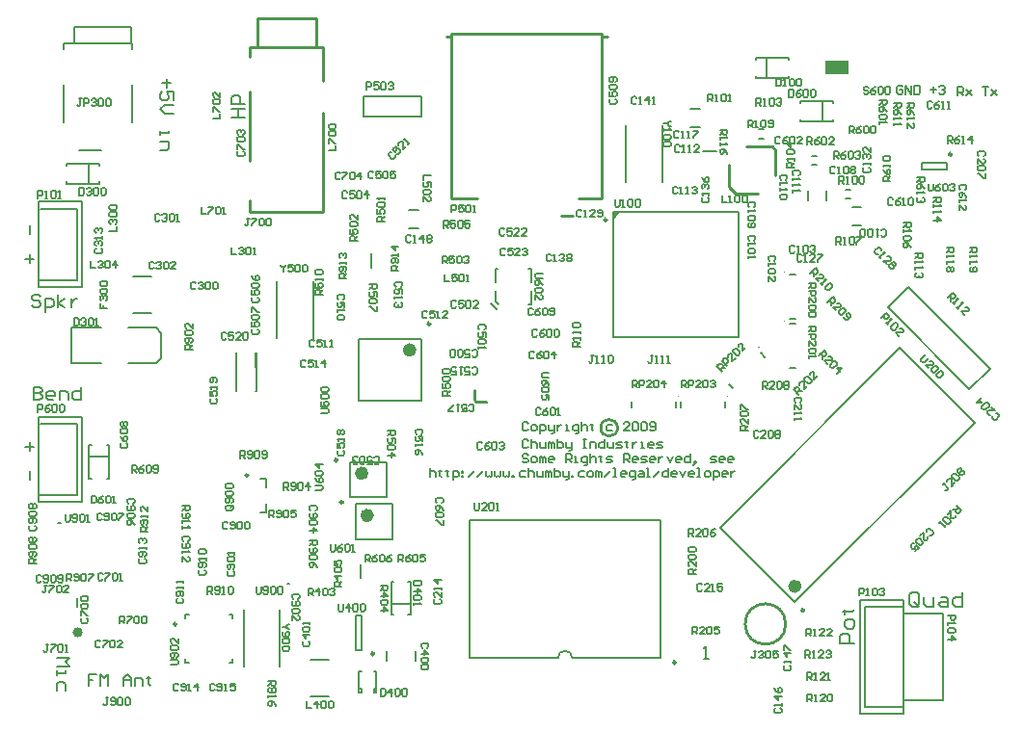
<source format=gto>
%FSLAX25Y25*%
%MOIN*%
G70*
G01*
G75*
%ADD10C,0.00500*%
%ADD11C,0.03000*%
%ADD12C,0.02000*%
%ADD13C,0.01000*%
%ADD14C,0.00800*%
%ADD15C,0.01500*%
%ADD16C,0.00700*%
%ADD17C,0.01200*%
%ADD18C,0.05000*%
%ADD19C,0.02200*%
%ADD20C,0.00600*%
%ADD21C,0.01400*%
%ADD22C,0.01800*%
%ADD23C,0.04000*%
%ADD24C,0.02500*%
%ADD25R,0.02362X0.03150*%
%ADD26R,0.09055X0.09055*%
%ADD27R,0.06299X0.03347*%
%ADD28P,0.05568X4X180.0*%
%ADD29R,0.03937X0.04331*%
%ADD30R,0.03150X0.02362*%
%ADD31R,0.03150X0.02756*%
%ADD32R,0.05118X0.07087*%
%ADD33O,0.06693X0.01378*%
%ADD34R,0.02756X0.03150*%
%ADD35R,0.03937X0.03937*%
%ADD36R,0.10236X0.10236*%
%ADD37O,0.00984X0.03150*%
%ADD38O,0.03150X0.00984*%
%ADD39R,0.09449X0.07874*%
G04:AMPARAMS|DCode=40|XSize=23.62mil|YSize=31.5mil|CornerRadius=0mil|HoleSize=0mil|Usage=FLASHONLY|Rotation=135.000|XOffset=0mil|YOffset=0mil|HoleType=Round|Shape=Rectangle|*
%AMROTATEDRECTD40*
4,1,4,0.01949,0.00278,-0.00278,-0.01949,-0.01949,-0.00278,0.00278,0.01949,0.01949,0.00278,0.0*
%
%ADD40ROTATEDRECTD40*%

G04:AMPARAMS|DCode=41|XSize=23.62mil|YSize=31.5mil|CornerRadius=0mil|HoleSize=0mil|Usage=FLASHONLY|Rotation=225.000|XOffset=0mil|YOffset=0mil|HoleType=Round|Shape=Rectangle|*
%AMROTATEDRECTD41*
4,1,4,-0.00278,0.01949,0.01949,-0.00278,0.00278,-0.01949,-0.01949,0.00278,-0.00278,0.01949,0.0*
%
%ADD41ROTATEDRECTD41*%

%ADD42R,0.05512X0.07284*%
%ADD43R,0.02756X0.01496*%
G04:AMPARAMS|DCode=44|XSize=27.56mil|YSize=31.5mil|CornerRadius=0mil|HoleSize=0mil|Usage=FLASHONLY|Rotation=135.000|XOffset=0mil|YOffset=0mil|HoleType=Round|Shape=Rectangle|*
%AMROTATEDRECTD44*
4,1,4,0.02088,0.00139,-0.00139,-0.02088,-0.02088,-0.00139,0.00139,0.02088,0.02088,0.00139,0.0*
%
%ADD44ROTATEDRECTD44*%

%ADD45C,0.03800*%
G04:AMPARAMS|DCode=46|XSize=15.75mil|YSize=45.28mil|CornerRadius=0mil|HoleSize=0mil|Usage=FLASHONLY|Rotation=225.000|XOffset=0mil|YOffset=0mil|HoleType=Round|Shape=Round|*
%AMOVALD46*
21,1,0.02953,0.01575,0.00000,0.00000,315.0*
1,1,0.01575,-0.01044,0.01044*
1,1,0.01575,0.01044,-0.01044*
%
%ADD46OVALD46*%

G04:AMPARAMS|DCode=47|XSize=27.56mil|YSize=31.5mil|CornerRadius=0mil|HoleSize=0mil|Usage=FLASHONLY|Rotation=225.000|XOffset=0mil|YOffset=0mil|HoleType=Round|Shape=Rectangle|*
%AMROTATEDRECTD47*
4,1,4,-0.00139,0.02088,0.02088,-0.00139,0.00139,-0.02088,-0.02088,0.00139,-0.00139,0.02088,0.0*
%
%ADD47ROTATEDRECTD47*%

%ADD48R,0.01969X0.00984*%
G04:AMPARAMS|DCode=49|XSize=9.84mil|YSize=19.69mil|CornerRadius=0mil|HoleSize=0mil|Usage=FLASHONLY|Rotation=225.000|XOffset=0mil|YOffset=0mil|HoleType=Round|Shape=Rectangle|*
%AMROTATEDRECTD49*
4,1,4,-0.00348,0.01044,0.01044,-0.00348,0.00348,-0.01044,-0.01044,0.00348,-0.00348,0.01044,0.0*
%
%ADD49ROTATEDRECTD49*%

%ADD50R,0.00984X0.01969*%
G04:AMPARAMS|DCode=51|XSize=59.06mil|YSize=51.18mil|CornerRadius=0mil|HoleSize=0mil|Usage=FLASHONLY|Rotation=45.000|XOffset=0mil|YOffset=0mil|HoleType=Round|Shape=Rectangle|*
%AMROTATEDRECTD51*
4,1,4,-0.00278,-0.03897,-0.03897,-0.00278,0.00278,0.03897,0.03897,0.00278,-0.00278,-0.03897,0.0*
%
%ADD51ROTATEDRECTD51*%

%ADD52R,0.03543X0.03937*%
%ADD53R,0.03937X0.03937*%
%ADD54R,0.07087X0.05118*%
%ADD55R,0.05118X0.05906*%
%ADD56R,0.01378X0.02756*%
%ADD57R,0.05118X0.03543*%
%ADD58O,0.02953X0.07087*%
%ADD59R,0.02362X0.07087*%
G04:AMPARAMS|DCode=60|XSize=55.12mil|YSize=59.06mil|CornerRadius=0mil|HoleSize=0mil|Usage=FLASHONLY|Rotation=135.000|XOffset=0mil|YOffset=0mil|HoleType=Round|Shape=Rectangle|*
%AMROTATEDRECTD60*
4,1,4,0.04037,0.00139,-0.00139,-0.04037,-0.04037,-0.00139,0.00139,0.04037,0.04037,0.00139,0.0*
%
%ADD60ROTATEDRECTD60*%

%ADD61R,0.05512X0.04724*%
%ADD62C,0.01496*%
%ADD63R,0.01575X0.01378*%
%ADD64R,0.01378X0.01575*%
%ADD65R,0.04331X0.03937*%
%ADD66R,0.05906X0.05512*%
%ADD67O,0.01181X0.07087*%
%ADD68O,0.07087X0.01181*%
%ADD69R,0.04724X0.07874*%
%ADD70R,0.06299X0.01181*%
%ADD71R,0.03150X0.06299*%
%ADD72R,0.10630X0.05118*%
%ADD73R,0.06299X0.13386*%
%ADD74R,0.04331X0.02559*%
%ADD75R,0.05906X0.05118*%
%ADD76R,0.04724X0.05512*%
%ADD77R,0.05906X0.02362*%
%ADD78R,0.10000X0.05000*%
%ADD79R,0.03347X0.06299*%
%ADD80R,0.11024X0.08661*%
%ADD81R,0.11024X0.11024*%
%ADD82R,0.11024X0.11024*%
%ADD83R,0.10236X0.07874*%
%ADD84R,0.02362X0.03543*%
%ADD85R,0.03543X0.02362*%
%ADD86R,0.04400X0.11300*%
%ADD87R,0.07087X0.18110*%
%ADD88R,0.02165X0.05709*%
%ADD89R,0.10400X0.10600*%
%ADD90R,0.08500X0.10400*%
%ADD91R,0.08800X0.10500*%
%ADD92C,0.03937*%
%ADD93R,0.05906X0.05906*%
%ADD94C,0.05906*%
%ADD95C,0.06000*%
%ADD96C,0.07000*%
%ADD97C,0.07874*%
%ADD98C,0.08661*%
%ADD99C,0.07087*%
%ADD100R,0.05906X0.05906*%
%ADD101C,0.15748*%
%ADD102P,0.08352X4X360.0*%
%ADD103C,0.03150*%
%ADD104C,0.05000*%
%ADD105C,0.06693*%
%ADD106C,0.04724*%
%ADD107C,0.02000*%
%ADD108C,0.03000*%
%ADD109C,0.01800*%
%ADD110C,0.02500*%
%ADD111C,0.02598*%
%ADD112C,0.02300*%
%ADD113C,0.00787*%
%ADD114C,0.04400*%
%ADD115R,0.11600X0.03000*%
%ADD116R,0.02600X0.03000*%
%ADD117C,0.04359*%
%ADD118C,0.05816*%
%ADD119C,0.05343*%
%ADD120C,0.05300*%
%ADD121C,0.10068*%
%ADD122C,0.07706*%
%ADD123C,0.05343*%
%ADD124C,0.06524*%
%ADD125C,0.06800*%
%ADD126C,0.08493*%
%ADD127C,0.06918*%
%ADD128C,0.02800*%
%ADD129C,0.03300*%
%ADD130C,0.02600*%
%ADD131C,0.00400*%
%ADD132R,0.02700X0.03000*%
%ADD133R,0.11500X0.03000*%
%ADD134C,0.03099*%
%ADD135C,0.03099*%
%ADD136C,0.02400*%
%ADD137R,0.06693X0.08661*%
%ADD138R,0.18701X0.05000*%
%ADD139O,0.18701X0.05000*%
G04:AMPARAMS|DCode=140|XSize=59.06mil|YSize=51.18mil|CornerRadius=0mil|HoleSize=0mil|Usage=FLASHONLY|Rotation=315.000|XOffset=0mil|YOffset=0mil|HoleType=Round|Shape=Rectangle|*
%AMROTATEDRECTD140*
4,1,4,-0.03897,0.00278,-0.00278,0.03897,0.03897,-0.00278,0.00278,-0.03897,-0.03897,0.00278,0.0*
%
%ADD140ROTATEDRECTD140*%

%ADD141R,0.07874X0.05709*%
%ADD142R,0.05906X0.03150*%
%ADD143R,0.01654X0.01654*%
%ADD144R,0.03937X0.03150*%
%ADD145R,0.05118X0.07480*%
%ADD146R,0.18110X0.07087*%
%ADD147R,0.11300X0.04400*%
%ADD148O,0.01378X0.06693*%
%ADD149R,0.01575X0.01969*%
%ADD150R,0.03347X0.01575*%
%ADD151R,0.06299X0.03150*%
%ADD152R,0.01181X0.05118*%
%ADD153R,0.07087X0.08661*%
%ADD154R,0.07087X0.07874*%
%ADD155R,0.06299X0.11811*%
%ADD156R,0.11811X0.06299*%
%ADD157R,0.01969X0.09843*%
%ADD158R,0.06693X0.07874*%
%ADD159R,0.23700X0.08500*%
%ADD160R,0.52500X0.10600*%
%ADD161O,0.03937X0.09843*%
%ADD162R,0.03937X0.09843*%
%ADD163C,0.00984*%
%ADD164C,0.02362*%
%ADD165C,0.00394*%
%ADD166R,0.07874X0.04724*%
G36*
X200787Y180490D02*
Y182717D01*
X203014D01*
X200787Y180490D01*
D02*
G37*
D10*
X287681Y198123D02*
X287265Y197706D01*
Y196873D01*
X287681Y196457D01*
X289347D01*
X289764Y196873D01*
Y197706D01*
X289347Y198123D01*
X289764Y198956D02*
Y199789D01*
Y199372D01*
X287265D01*
X287681Y198956D01*
Y201039D02*
X287265Y201455D01*
Y202288D01*
X287681Y202705D01*
X288098D01*
X288514Y202288D01*
Y201872D01*
Y202288D01*
X288931Y202705D01*
X289347D01*
X289764Y202288D01*
Y201455D01*
X289347Y201039D01*
X289764Y205204D02*
Y203538D01*
X288098Y205204D01*
X287681D01*
X287265Y204787D01*
Y203954D01*
X287681Y203538D01*
X257200Y228799D02*
Y226300D01*
X258450D01*
X258866Y226716D01*
Y228383D01*
X258450Y228799D01*
X257200D01*
X259699Y226300D02*
X260532D01*
X260116D01*
Y228799D01*
X259699Y228383D01*
X261782D02*
X262198Y228799D01*
X263031D01*
X263448Y228383D01*
Y226716D01*
X263031Y226300D01*
X262198D01*
X261782Y226716D01*
Y228383D01*
X264281D02*
X264698Y228799D01*
X265531D01*
X265947Y228383D01*
Y226716D01*
X265531Y226300D01*
X264698D01*
X264281Y226716D01*
Y228383D01*
X81700Y20500D02*
X84199D01*
Y19250D01*
X83783Y18834D01*
X82950D01*
X82533Y19250D01*
Y20500D01*
Y19667D02*
X81700Y18834D01*
X82117Y18001D02*
X81700Y17584D01*
Y16751D01*
X82117Y16335D01*
X83783D01*
X84199Y16751D01*
Y17584D01*
X83783Y18001D01*
X83366D01*
X82950Y17584D01*
Y16335D01*
X81700Y15502D02*
Y14669D01*
Y15085D01*
X84199D01*
X83783Y15502D01*
X84199Y11753D02*
X83783Y12586D01*
X82950Y13419D01*
X82117D01*
X81700Y13002D01*
Y12169D01*
X82117Y11753D01*
X82533D01*
X82950Y12169D01*
Y13419D01*
X142200Y177200D02*
Y179699D01*
X143450D01*
X143866Y179283D01*
Y178450D01*
X143450Y178033D01*
X142200D01*
X143033D02*
X143866Y177200D01*
X146365Y179699D02*
X144699D01*
Y178450D01*
X145532Y178866D01*
X145949D01*
X146365Y178450D01*
Y177617D01*
X145949Y177200D01*
X145116D01*
X144699Y177617D01*
X147198Y179283D02*
X147615Y179699D01*
X148448D01*
X148864Y179283D01*
Y177617D01*
X148448Y177200D01*
X147615D01*
X147198Y177617D01*
Y179283D01*
X151364Y179699D02*
X149698D01*
Y178450D01*
X150531Y178866D01*
X150947D01*
X151364Y178450D01*
Y177617D01*
X150947Y177200D01*
X150114D01*
X149698Y177617D01*
X141800Y164900D02*
Y167399D01*
X143050D01*
X143466Y166983D01*
Y166150D01*
X143050Y165733D01*
X141800D01*
X142633D02*
X143466Y164900D01*
X145965Y167399D02*
X144299D01*
Y166150D01*
X145132Y166566D01*
X145549D01*
X145965Y166150D01*
Y165316D01*
X145549Y164900D01*
X144716D01*
X144299Y165316D01*
X146798Y166983D02*
X147215Y167399D01*
X148048D01*
X148465Y166983D01*
Y165316D01*
X148048Y164900D01*
X147215D01*
X146798Y165316D01*
Y166983D01*
X149298D02*
X149714Y167399D01*
X150547D01*
X150964Y166983D01*
Y166566D01*
X150547Y166150D01*
X150131D01*
X150547D01*
X150964Y165733D01*
Y165316D01*
X150547Y164900D01*
X149714D01*
X149298Y165316D01*
X137799Y195500D02*
X135300D01*
Y193834D01*
X137799Y191335D02*
Y193001D01*
X136550D01*
X136966Y192168D01*
Y191751D01*
X136550Y191335D01*
X135716D01*
X135300Y191751D01*
Y192584D01*
X135716Y193001D01*
X137383Y190502D02*
X137799Y190085D01*
Y189252D01*
X137383Y188836D01*
X135716D01*
X135300Y189252D01*
Y190085D01*
X135716Y190502D01*
X137383D01*
X135300Y186336D02*
Y188002D01*
X136966Y186336D01*
X137383D01*
X137799Y186753D01*
Y187586D01*
X137383Y188002D01*
X20300Y165799D02*
Y163300D01*
X21966D01*
X22799Y165383D02*
X23216Y165799D01*
X24049D01*
X24465Y165383D01*
Y164966D01*
X24049Y164550D01*
X23632D01*
X24049D01*
X24465Y164133D01*
Y163716D01*
X24049Y163300D01*
X23216D01*
X22799Y163716D01*
X25298Y165383D02*
X25715Y165799D01*
X26548D01*
X26965Y165383D01*
Y163716D01*
X26548Y163300D01*
X25715D01*
X25298Y163716D01*
Y165383D01*
X29047Y163300D02*
Y165799D01*
X27798Y164550D01*
X29464D01*
X163666Y169783D02*
X163250Y170199D01*
X162417D01*
X162000Y169783D01*
Y168116D01*
X162417Y167700D01*
X163250D01*
X163666Y168116D01*
X166165Y170199D02*
X164499D01*
Y168950D01*
X165332Y169366D01*
X165749D01*
X166165Y168950D01*
Y168116D01*
X165749Y167700D01*
X164916D01*
X164499Y168116D01*
X168665Y167700D02*
X166998D01*
X168665Y169366D01*
Y169783D01*
X168248Y170199D01*
X167415D01*
X166998Y169783D01*
X169498D02*
X169914Y170199D01*
X170747D01*
X171164Y169783D01*
Y169366D01*
X170747Y168950D01*
X170331D01*
X170747D01*
X171164Y168533D01*
Y168116D01*
X170747Y167700D01*
X169914D01*
X169498Y168116D01*
X163366Y176583D02*
X162950Y176999D01*
X162117D01*
X161700Y176583D01*
Y174917D01*
X162117Y174500D01*
X162950D01*
X163366Y174917D01*
X165865Y176999D02*
X164199D01*
Y175750D01*
X165032Y176166D01*
X165449D01*
X165865Y175750D01*
Y174917D01*
X165449Y174500D01*
X164616D01*
X164199Y174917D01*
X168365Y174500D02*
X166698D01*
X168365Y176166D01*
Y176583D01*
X167948Y176999D01*
X167115D01*
X166698Y176583D01*
X170864Y174500D02*
X169198D01*
X170864Y176166D01*
Y176583D01*
X170447Y176999D01*
X169614D01*
X169198Y176583D01*
X124305Y203451D02*
X123716D01*
X123127Y202862D01*
Y202273D01*
X124305Y201095D01*
X124894D01*
X125484Y201684D01*
Y202273D01*
X125778Y205512D02*
X124600Y204334D01*
X125484Y203451D01*
X125778Y204334D01*
X126073Y204629D01*
X126662D01*
X127251Y204040D01*
Y203451D01*
X126662Y202862D01*
X126073D01*
X129313Y205512D02*
X128134Y204334D01*
Y206691D01*
X127840Y206985D01*
X127251D01*
X126662Y206396D01*
Y205807D01*
X129902Y206102D02*
X130491Y206691D01*
X130196Y206396D01*
X128429Y208163D01*
Y207574D01*
X118066Y196383D02*
X117650Y196799D01*
X116816D01*
X116400Y196383D01*
Y194717D01*
X116816Y194300D01*
X117650D01*
X118066Y194717D01*
X120565Y196799D02*
X118899D01*
Y195550D01*
X119732Y195966D01*
X120149D01*
X120565Y195550D01*
Y194717D01*
X120149Y194300D01*
X119316D01*
X118899Y194717D01*
X121398Y196383D02*
X121815Y196799D01*
X122648D01*
X123064Y196383D01*
Y194717D01*
X122648Y194300D01*
X121815D01*
X121398Y194717D01*
Y196383D01*
X125564Y196799D02*
X123898D01*
Y195550D01*
X124731Y195966D01*
X125147D01*
X125564Y195550D01*
Y194717D01*
X125147Y194300D01*
X124314D01*
X123898Y194717D01*
X108966Y189483D02*
X108550Y189899D01*
X107717D01*
X107300Y189483D01*
Y187817D01*
X107717Y187400D01*
X108550D01*
X108966Y187817D01*
X111465Y189899D02*
X109799D01*
Y188650D01*
X110632Y189066D01*
X111049D01*
X111465Y188650D01*
Y187817D01*
X111049Y187400D01*
X110216D01*
X109799Y187817D01*
X112298Y189483D02*
X112715Y189899D01*
X113548D01*
X113964Y189483D01*
Y187817D01*
X113548Y187400D01*
X112715D01*
X112298Y187817D01*
Y189483D01*
X116047Y187400D02*
Y189899D01*
X114798Y188650D01*
X116464D01*
X22117Y170066D02*
X21701Y169650D01*
Y168816D01*
X22117Y168400D01*
X23784D01*
X24200Y168816D01*
Y169650D01*
X23784Y170066D01*
X22117Y170899D02*
X21701Y171316D01*
Y172149D01*
X22117Y172565D01*
X22534D01*
X22950Y172149D01*
Y171732D01*
Y172149D01*
X23367Y172565D01*
X23784D01*
X24200Y172149D01*
Y171316D01*
X23784Y170899D01*
X24200Y173398D02*
Y174231D01*
Y173815D01*
X21701D01*
X22117Y173398D01*
Y175481D02*
X21701Y175898D01*
Y176731D01*
X22117Y177147D01*
X22534D01*
X22950Y176731D01*
Y176314D01*
Y176731D01*
X23367Y177147D01*
X23784D01*
X24200Y176731D01*
Y175898D01*
X23784Y175481D01*
X131066Y174283D02*
X130650Y174699D01*
X129816D01*
X129400Y174283D01*
Y172617D01*
X129816Y172200D01*
X130650D01*
X131066Y172617D01*
X131899Y172200D02*
X132732D01*
X132316D01*
Y174699D01*
X131899Y174283D01*
X135231Y172200D02*
Y174699D01*
X133982Y173450D01*
X135648D01*
X136481Y174283D02*
X136898Y174699D01*
X137731D01*
X138147Y174283D01*
Y173866D01*
X137731Y173450D01*
X138147Y173033D01*
Y172617D01*
X137731Y172200D01*
X136898D01*
X136481Y172617D01*
Y173033D01*
X136898Y173450D01*
X136481Y173866D01*
Y174283D01*
X136898Y173450D02*
X137731D01*
X267400Y28400D02*
Y30899D01*
X268650D01*
X269066Y30483D01*
Y29650D01*
X268650Y29233D01*
X267400D01*
X268233D02*
X269066Y28400D01*
X269899D02*
X270732D01*
X270316D01*
Y30899D01*
X269899Y30483D01*
X273648Y28400D02*
X271982D01*
X273648Y30066D01*
Y30483D01*
X273231Y30899D01*
X272398D01*
X271982Y30483D01*
X274481D02*
X274898Y30899D01*
X275731D01*
X276147Y30483D01*
Y30066D01*
X275731Y29650D01*
X275314D01*
X275731D01*
X276147Y29233D01*
Y28817D01*
X275731Y28400D01*
X274898D01*
X274481Y28817D01*
X267700Y35900D02*
Y38399D01*
X268950D01*
X269366Y37983D01*
Y37150D01*
X268950Y36733D01*
X267700D01*
X268533D02*
X269366Y35900D01*
X270199D02*
X271032D01*
X270616D01*
Y38399D01*
X270199Y37983D01*
X273948Y35900D02*
X272282D01*
X273948Y37566D01*
Y37983D01*
X273531Y38399D01*
X272698D01*
X272282Y37983D01*
X276447Y35900D02*
X274781D01*
X276447Y37566D01*
Y37983D01*
X276031Y38399D01*
X275198D01*
X274781Y37983D01*
X267900Y20800D02*
Y23299D01*
X269150D01*
X269566Y22883D01*
Y22050D01*
X269150Y21633D01*
X267900D01*
X268733D02*
X269566Y20800D01*
X270399D02*
X271232D01*
X270816D01*
Y23299D01*
X270399Y22883D01*
X274148Y20800D02*
X272482D01*
X274148Y22466D01*
Y22883D01*
X273731Y23299D01*
X272898D01*
X272482Y22883D01*
X274981Y20800D02*
X275814D01*
X275398D01*
Y23299D01*
X274981Y22883D01*
X268000Y13300D02*
Y15799D01*
X269250D01*
X269666Y15383D01*
Y14550D01*
X269250Y14133D01*
X268000D01*
X268833D02*
X269666Y13300D01*
X270499D02*
X271332D01*
X270916D01*
Y15799D01*
X270499Y15383D01*
X274248Y13300D02*
X272582D01*
X274248Y14966D01*
Y15383D01*
X273831Y15799D01*
X272998D01*
X272582Y15383D01*
X275081D02*
X275498Y15799D01*
X276331D01*
X276747Y15383D01*
Y13716D01*
X276331Y13300D01*
X275498D01*
X275081Y13716D01*
Y15383D01*
X324100Y170300D02*
X326599D01*
Y169050D01*
X326183Y168634D01*
X325350D01*
X324933Y169050D01*
Y170300D01*
Y169467D02*
X324100Y168634D01*
Y167801D02*
Y166968D01*
Y167384D01*
X326599D01*
X326183Y167801D01*
X324100Y165718D02*
Y164885D01*
Y165302D01*
X326599D01*
X326183Y165718D01*
X324517Y163636D02*
X324100Y163219D01*
Y162386D01*
X324517Y161969D01*
X326183D01*
X326599Y162386D01*
Y163219D01*
X326183Y163636D01*
X325766D01*
X325350Y163219D01*
Y161969D01*
X316200Y170300D02*
X318699D01*
Y169050D01*
X318283Y168634D01*
X317450D01*
X317033Y169050D01*
Y170300D01*
Y169467D02*
X316200Y168634D01*
Y167801D02*
Y166968D01*
Y167384D01*
X318699D01*
X318283Y167801D01*
X316200Y165718D02*
Y164885D01*
Y165302D01*
X318699D01*
X318283Y165718D01*
Y163636D02*
X318699Y163219D01*
Y162386D01*
X318283Y161969D01*
X317866D01*
X317450Y162386D01*
X317033Y161969D01*
X316617D01*
X316200Y162386D01*
Y163219D01*
X316617Y163636D01*
X317033D01*
X317450Y163219D01*
X317866Y163636D01*
X318283D01*
X317450Y163219D02*
Y162386D01*
X316600Y43200D02*
X319099D01*
Y41950D01*
X318683Y41534D01*
X317850D01*
X317433Y41950D01*
Y43200D01*
X316600Y40701D02*
Y39868D01*
Y40284D01*
X319099D01*
X318683Y40701D01*
Y38618D02*
X319099Y38202D01*
Y37369D01*
X318683Y36952D01*
X317017D01*
X316600Y37369D01*
Y38202D01*
X317017Y38618D01*
X318683D01*
X316600Y34869D02*
X319099D01*
X317850Y36119D01*
Y34453D01*
X260217Y25766D02*
X259801Y25350D01*
Y24517D01*
X260217Y24100D01*
X261883D01*
X262300Y24517D01*
Y25350D01*
X261883Y25766D01*
X262300Y26599D02*
Y27432D01*
Y27016D01*
X259801D01*
X260217Y26599D01*
X262300Y29932D02*
X259801D01*
X261050Y28682D01*
Y30348D01*
X259801Y31181D02*
Y32847D01*
X260217D01*
X261883Y31181D01*
X262300D01*
X257017Y10966D02*
X256601Y10550D01*
Y9717D01*
X257017Y9300D01*
X258683D01*
X259100Y9717D01*
Y10550D01*
X258683Y10966D01*
X259100Y11799D02*
Y12632D01*
Y12216D01*
X256601D01*
X257017Y11799D01*
X259100Y15132D02*
X256601D01*
X257850Y13882D01*
Y15548D01*
X256601Y18047D02*
X257017Y17214D01*
X257850Y16381D01*
X258683D01*
X259100Y16798D01*
Y17631D01*
X258683Y18047D01*
X258267D01*
X257850Y17631D01*
Y16381D01*
X88999Y40000D02*
X88583D01*
X87750Y39167D01*
X88583Y38334D01*
X88999D01*
X87750Y39167D02*
X86500D01*
X86917Y37501D02*
X86500Y37084D01*
Y36251D01*
X86917Y35835D01*
X88583D01*
X88999Y36251D01*
Y37084D01*
X88583Y37501D01*
X88166D01*
X87750Y37084D01*
Y35835D01*
X88583Y35002D02*
X88999Y34585D01*
Y33752D01*
X88583Y33336D01*
X86917D01*
X86500Y33752D01*
Y34585D01*
X86917Y35002D01*
X88583D01*
Y32502D02*
X88999Y32086D01*
Y31253D01*
X88583Y30836D01*
X86917D01*
X86500Y31253D01*
Y32086D01*
X86917Y32502D01*
X88583D01*
X48001Y26000D02*
X50084D01*
X50500Y26417D01*
Y27250D01*
X50084Y27666D01*
X48001D01*
X50084Y28499D02*
X50500Y28916D01*
Y29749D01*
X50084Y30165D01*
X48417D01*
X48001Y29749D01*
Y28916D01*
X48417Y28499D01*
X48834D01*
X49250Y28916D01*
Y30165D01*
X48417Y30998D02*
X48001Y31415D01*
Y32248D01*
X48417Y32664D01*
X50084D01*
X50500Y32248D01*
Y31415D01*
X50084Y30998D01*
X48417D01*
X50500Y35164D02*
Y33498D01*
X48834Y35164D01*
X48417D01*
X48001Y34747D01*
Y33914D01*
X48417Y33498D01*
X98001Y86500D02*
X100083D01*
X100500Y86917D01*
Y87750D01*
X100083Y88166D01*
X98001D01*
Y90665D02*
X98417Y89832D01*
X99250Y88999D01*
X100083D01*
X100500Y89416D01*
Y90249D01*
X100083Y90665D01*
X99667D01*
X99250Y90249D01*
Y88999D01*
X98417Y91498D02*
X98001Y91915D01*
Y92748D01*
X98417Y93164D01*
X100083D01*
X100500Y92748D01*
Y91915D01*
X100083Y91498D01*
X98417D01*
X100500Y95247D02*
X98001D01*
X99250Y93998D01*
Y95664D01*
X40000Y72000D02*
X37501D01*
Y73250D01*
X37917Y73666D01*
X38750D01*
X39167Y73250D01*
Y72000D01*
Y72833D02*
X40000Y73666D01*
X39584Y74499D02*
X40000Y74916D01*
Y75749D01*
X39584Y76165D01*
X37917D01*
X37501Y75749D01*
Y74916D01*
X37917Y74499D01*
X38334D01*
X38750Y74916D01*
Y76165D01*
X40000Y76998D02*
Y77831D01*
Y77415D01*
X37501D01*
X37917Y76998D01*
X40000Y80747D02*
Y79081D01*
X38334Y80747D01*
X37917D01*
X37501Y80331D01*
Y79498D01*
X37917Y79081D01*
X52000Y81000D02*
X54499D01*
Y79750D01*
X54083Y79334D01*
X53250D01*
X52833Y79750D01*
Y81000D01*
Y80167D02*
X52000Y79334D01*
X52416Y78501D02*
X52000Y78084D01*
Y77251D01*
X52416Y76835D01*
X54083D01*
X54499Y77251D01*
Y78084D01*
X54083Y78501D01*
X53666D01*
X53250Y78084D01*
Y76835D01*
X52000Y76002D02*
Y75169D01*
Y75585D01*
X54499D01*
X54083Y76002D01*
X52000Y73919D02*
Y73086D01*
Y73502D01*
X54499D01*
X54083Y73919D01*
X60700Y50500D02*
Y52999D01*
X61950D01*
X62366Y52583D01*
Y51750D01*
X61950Y51333D01*
X60700D01*
X61533D02*
X62366Y50500D01*
X63199Y50916D02*
X63616Y50500D01*
X64449D01*
X64865Y50916D01*
Y52583D01*
X64449Y52999D01*
X63616D01*
X63199Y52583D01*
Y52166D01*
X63616Y51750D01*
X64865D01*
X65698Y50500D02*
X66531D01*
X66115D01*
Y52999D01*
X65698Y52583D01*
X67781D02*
X68198Y52999D01*
X69031D01*
X69447Y52583D01*
Y50916D01*
X69031Y50500D01*
X68198D01*
X67781Y50916D01*
Y52583D01*
X285900Y50000D02*
Y52499D01*
X287150D01*
X287566Y52083D01*
Y51250D01*
X287150Y50833D01*
X285900D01*
X288399Y50000D02*
X289232D01*
X288816D01*
Y52499D01*
X288399Y52083D01*
X290482D02*
X290898Y52499D01*
X291731D01*
X292148Y52083D01*
Y50416D01*
X291731Y50000D01*
X290898D01*
X290482Y50416D01*
Y52083D01*
X292981D02*
X293398Y52499D01*
X294231D01*
X294647Y52083D01*
Y51666D01*
X294231Y51250D01*
X293814D01*
X294231D01*
X294647Y50833D01*
Y50416D01*
X294231Y50000D01*
X293398D01*
X292981Y50416D01*
X26266Y14599D02*
X25433D01*
X25850D01*
Y12517D01*
X25433Y12100D01*
X25016D01*
X24600Y12517D01*
X27099D02*
X27516Y12100D01*
X28349D01*
X28765Y12517D01*
Y14183D01*
X28349Y14599D01*
X27516D01*
X27099Y14183D01*
Y13766D01*
X27516Y13350D01*
X28765D01*
X29598Y14183D02*
X30015Y14599D01*
X30848D01*
X31264Y14183D01*
Y12517D01*
X30848Y12100D01*
X30015D01*
X29598Y12517D01*
Y14183D01*
X32098D02*
X32514Y14599D01*
X33347D01*
X33764Y14183D01*
Y12517D01*
X33347Y12100D01*
X32514D01*
X32098Y12517D01*
Y14183D01*
X63166Y19083D02*
X62750Y19499D01*
X61917D01*
X61500Y19083D01*
Y17416D01*
X61917Y17000D01*
X62750D01*
X63166Y17416D01*
X63999D02*
X64416Y17000D01*
X65249D01*
X65665Y17416D01*
Y19083D01*
X65249Y19499D01*
X64416D01*
X63999Y19083D01*
Y18666D01*
X64416Y18250D01*
X65665D01*
X66498Y17000D02*
X67331D01*
X66915D01*
Y19499D01*
X66498Y19083D01*
X70247Y19499D02*
X68581D01*
Y18250D01*
X69414Y18666D01*
X69831D01*
X70247Y18250D01*
Y17416D01*
X69831Y17000D01*
X68998D01*
X68581Y17416D01*
X50666Y19083D02*
X50250Y19499D01*
X49417D01*
X49000Y19083D01*
Y17416D01*
X49417Y17000D01*
X50250D01*
X50666Y17416D01*
X51499D02*
X51916Y17000D01*
X52749D01*
X53165Y17416D01*
Y19083D01*
X52749Y19499D01*
X51916D01*
X51499Y19083D01*
Y18666D01*
X51916Y18250D01*
X53165D01*
X53998Y17000D02*
X54831D01*
X54415D01*
Y19499D01*
X53998Y19083D01*
X57331Y17000D02*
Y19499D01*
X56081Y18250D01*
X57747D01*
X37417Y62666D02*
X37001Y62250D01*
Y61417D01*
X37417Y61000D01*
X39083D01*
X39500Y61417D01*
Y62250D01*
X39083Y62666D01*
Y63499D02*
X39500Y63916D01*
Y64749D01*
X39083Y65165D01*
X37417D01*
X37001Y64749D01*
Y63916D01*
X37417Y63499D01*
X37834D01*
X38250Y63916D01*
Y65165D01*
X39500Y65998D02*
Y66831D01*
Y66415D01*
X37001D01*
X37417Y65998D01*
Y68081D02*
X37001Y68498D01*
Y69331D01*
X37417Y69747D01*
X37834D01*
X38250Y69331D01*
Y68914D01*
Y69331D01*
X38667Y69747D01*
X39083D01*
X39500Y69331D01*
Y68498D01*
X39083Y68081D01*
X54083Y68834D02*
X54499Y69250D01*
Y70083D01*
X54083Y70500D01*
X52416D01*
X52000Y70083D01*
Y69250D01*
X52416Y68834D01*
Y68001D02*
X52000Y67584D01*
Y66751D01*
X52416Y66335D01*
X54083D01*
X54499Y66751D01*
Y67584D01*
X54083Y68001D01*
X53666D01*
X53250Y67584D01*
Y66335D01*
X52000Y65502D02*
Y64669D01*
Y65085D01*
X54499D01*
X54083Y65502D01*
X52000Y61753D02*
Y63419D01*
X53666Y61753D01*
X54083D01*
X54499Y62169D01*
Y63002D01*
X54083Y63419D01*
X50317Y48966D02*
X49901Y48550D01*
Y47717D01*
X50317Y47300D01*
X51983D01*
X52400Y47717D01*
Y48550D01*
X51983Y48966D01*
Y49799D02*
X52400Y50216D01*
Y51049D01*
X51983Y51465D01*
X50317D01*
X49901Y51049D01*
Y50216D01*
X50317Y49799D01*
X50734D01*
X51150Y50216D01*
Y51465D01*
X52400Y52298D02*
Y53131D01*
Y52715D01*
X49901D01*
X50317Y52298D01*
X52400Y54381D02*
Y55214D01*
Y54798D01*
X49901D01*
X50317Y54381D01*
X58017Y58866D02*
X57601Y58450D01*
Y57617D01*
X58017Y57200D01*
X59684D01*
X60100Y57617D01*
Y58450D01*
X59684Y58866D01*
Y59699D02*
X60100Y60116D01*
Y60949D01*
X59684Y61365D01*
X58017D01*
X57601Y60949D01*
Y60116D01*
X58017Y59699D01*
X58434D01*
X58850Y60116D01*
Y61365D01*
X60100Y62198D02*
Y63031D01*
Y62615D01*
X57601D01*
X58017Y62198D01*
Y64281D02*
X57601Y64698D01*
Y65531D01*
X58017Y65947D01*
X59684D01*
X60100Y65531D01*
Y64698D01*
X59684Y64281D01*
X58017D01*
X331938Y111891D02*
Y111302D01*
X332527Y110713D01*
X333116D01*
X334294Y111891D01*
Y112480D01*
X333705Y113069D01*
X333116D01*
X331644Y115131D02*
X332822Y113953D01*
X330466D01*
X330171Y113658D01*
Y113069D01*
X330760Y112480D01*
X331349D01*
X329582Y114248D02*
X328993D01*
X328404Y114837D01*
Y115426D01*
X329582Y116604D01*
X330171D01*
X330760Y116015D01*
Y115426D01*
X329582Y114248D01*
X328404Y118371D02*
X326637Y116604D01*
X328404Y116604D01*
X327226Y117782D01*
X310295Y70849D02*
X310884D01*
X311473Y71438D01*
Y72027D01*
X310295Y73206D01*
X309705D01*
X309116Y72616D01*
Y72027D01*
X307055Y70555D02*
X308233Y71733D01*
Y69376D01*
X308527Y69082D01*
X309116D01*
X309705Y69671D01*
Y70260D01*
X307938Y68493D02*
Y67904D01*
X307349Y67315D01*
X306760D01*
X305582Y68493D01*
Y69082D01*
X306171Y69671D01*
X306760D01*
X307938Y68493D01*
X305288Y65253D02*
X306466Y66431D01*
X305582Y67315D01*
X305288Y66431D01*
X304993Y66137D01*
X304404D01*
X303815Y66726D01*
Y67315D01*
X304404Y67904D01*
X304993D01*
X176499Y161500D02*
X174416D01*
X174000Y161083D01*
Y160250D01*
X174416Y159834D01*
X176499D01*
Y157335D02*
X176083Y158168D01*
X175250Y159001D01*
X174416D01*
X174000Y158584D01*
Y157751D01*
X174416Y157335D01*
X174833D01*
X175250Y157751D01*
Y159001D01*
X176083Y156502D02*
X176499Y156085D01*
Y155252D01*
X176083Y154835D01*
X174416D01*
X174000Y155252D01*
Y156085D01*
X174416Y156502D01*
X176083D01*
X174000Y152336D02*
Y154002D01*
X175666Y152336D01*
X176083D01*
X176499Y152753D01*
Y153586D01*
X176083Y154002D01*
X293434Y174617D02*
X293850Y174201D01*
X294684D01*
X295100Y174617D01*
Y176284D01*
X294684Y176700D01*
X293850D01*
X293434Y176284D01*
X292601Y176700D02*
X291768D01*
X292184D01*
Y174201D01*
X292601Y174617D01*
X290518D02*
X290102Y174201D01*
X289269D01*
X288852Y174617D01*
Y176284D01*
X289269Y176700D01*
X290102D01*
X290518Y176284D01*
Y174617D01*
X288019D02*
X287602Y174201D01*
X286769D01*
X286353Y174617D01*
Y176284D01*
X286769Y176700D01*
X287602D01*
X288019Y176284D01*
Y174617D01*
X249583Y172834D02*
X249999Y173250D01*
Y174083D01*
X249583Y174500D01*
X247917D01*
X247500Y174083D01*
Y173250D01*
X247917Y172834D01*
X247500Y172001D02*
Y171168D01*
Y171584D01*
X249999D01*
X249583Y172001D01*
Y169918D02*
X249999Y169502D01*
Y168669D01*
X249583Y168252D01*
X247917D01*
X247500Y168669D01*
Y169502D01*
X247917Y169918D01*
X249583D01*
X247500Y167419D02*
Y166586D01*
Y167002D01*
X249999D01*
X249583Y167419D01*
X256583Y165834D02*
X256999Y166250D01*
Y167084D01*
X256583Y167500D01*
X254917D01*
X254500Y167084D01*
Y166250D01*
X254917Y165834D01*
X254500Y165001D02*
Y164168D01*
Y164584D01*
X256999D01*
X256583Y165001D01*
Y162918D02*
X256999Y162502D01*
Y161669D01*
X256583Y161252D01*
X254917D01*
X254500Y161669D01*
Y162502D01*
X254917Y162918D01*
X256583D01*
X254500Y158753D02*
Y160419D01*
X256166Y158753D01*
X256583D01*
X256999Y159169D01*
Y160002D01*
X256583Y160419D01*
X263666Y170583D02*
X263250Y170999D01*
X262417D01*
X262000Y170583D01*
Y168916D01*
X262417Y168500D01*
X263250D01*
X263666Y168916D01*
X264499Y168500D02*
X265332D01*
X264916D01*
Y170999D01*
X264499Y170583D01*
X266582D02*
X266998Y170999D01*
X267831D01*
X268248Y170583D01*
Y168916D01*
X267831Y168500D01*
X266998D01*
X266582Y168916D01*
Y170583D01*
X269081D02*
X269498Y170999D01*
X270331D01*
X270747Y170583D01*
Y170166D01*
X270331Y169750D01*
X269914D01*
X270331D01*
X270747Y169333D01*
Y168916D01*
X270331Y168500D01*
X269498D01*
X269081Y168916D01*
X277666Y198083D02*
X277250Y198499D01*
X276416D01*
X276000Y198083D01*
Y196416D01*
X276416Y196000D01*
X277250D01*
X277666Y196416D01*
X278499Y196000D02*
X279332D01*
X278916D01*
Y198499D01*
X278499Y198083D01*
X280582D02*
X280998Y198499D01*
X281831D01*
X282248Y198083D01*
Y196416D01*
X281831Y196000D01*
X280998D01*
X280582Y196416D01*
Y198083D01*
X283081D02*
X283498Y198499D01*
X284331D01*
X284747Y198083D01*
Y197666D01*
X284331Y197250D01*
X284747Y196833D01*
Y196416D01*
X284331Y196000D01*
X283498D01*
X283081Y196416D01*
Y196833D01*
X283498Y197250D01*
X283081Y197666D01*
Y198083D01*
X283498Y197250D02*
X284331D01*
X249583Y184334D02*
X249999Y184750D01*
Y185583D01*
X249583Y186000D01*
X247917D01*
X247500Y185583D01*
Y184750D01*
X247917Y184334D01*
X247500Y183501D02*
Y182668D01*
Y183084D01*
X249999D01*
X249583Y183501D01*
Y181418D02*
X249999Y181002D01*
Y180169D01*
X249583Y179752D01*
X247917D01*
X247500Y180169D01*
Y181002D01*
X247917Y181418D01*
X249583D01*
X247917Y178919D02*
X247500Y178502D01*
Y177669D01*
X247917Y177253D01*
X249583D01*
X249999Y177669D01*
Y178502D01*
X249583Y178919D01*
X249166D01*
X248750Y178502D01*
Y177253D01*
X260583Y193834D02*
X260999Y194250D01*
Y195083D01*
X260583Y195500D01*
X258916D01*
X258500Y195083D01*
Y194250D01*
X258916Y193834D01*
X258500Y193001D02*
Y192168D01*
Y192584D01*
X260999D01*
X260583Y193001D01*
X258500Y190918D02*
Y190085D01*
Y190502D01*
X260999D01*
X260583Y190918D01*
Y188836D02*
X260999Y188419D01*
Y187586D01*
X260583Y187169D01*
X258916D01*
X258500Y187586D01*
Y188419D01*
X258916Y188836D01*
X260583D01*
X265083Y195334D02*
X265499Y195750D01*
Y196583D01*
X265083Y197000D01*
X263417D01*
X263000Y196583D01*
Y195750D01*
X263417Y195334D01*
X263000Y194501D02*
Y193668D01*
Y194084D01*
X265499D01*
X265083Y194501D01*
X263000Y192418D02*
Y191585D01*
Y192002D01*
X265499D01*
X265083Y192418D01*
X263000Y190336D02*
Y189502D01*
Y189919D01*
X265499D01*
X265083Y190336D01*
X223866Y205483D02*
X223450Y205899D01*
X222617D01*
X222200Y205483D01*
Y203817D01*
X222617Y203400D01*
X223450D01*
X223866Y203817D01*
X224699Y203400D02*
X225532D01*
X225116D01*
Y205899D01*
X224699Y205483D01*
X226782Y203400D02*
X227615D01*
X227198D01*
Y205899D01*
X226782Y205483D01*
X230531Y203400D02*
X228865D01*
X230531Y205066D01*
Y205483D01*
X230114Y205899D01*
X229281D01*
X228865Y205483D01*
X223166Y191083D02*
X222750Y191499D01*
X221917D01*
X221500Y191083D01*
Y189417D01*
X221917Y189000D01*
X222750D01*
X223166Y189417D01*
X223999Y189000D02*
X224832D01*
X224416D01*
Y191499D01*
X223999Y191083D01*
X226082Y189000D02*
X226915D01*
X226498D01*
Y191499D01*
X226082Y191083D01*
X228165D02*
X228581Y191499D01*
X229414D01*
X229831Y191083D01*
Y190666D01*
X229414Y190250D01*
X228998D01*
X229414D01*
X229831Y189833D01*
Y189417D01*
X229414Y189000D01*
X228581D01*
X228165Y189417D01*
X223666Y210383D02*
X223250Y210799D01*
X222416D01*
X222000Y210383D01*
Y208717D01*
X222416Y208300D01*
X223250D01*
X223666Y208717D01*
X224499Y208300D02*
X225332D01*
X224916D01*
Y210799D01*
X224499Y210383D01*
X226582Y208300D02*
X227415D01*
X226998D01*
Y210799D01*
X226582Y210383D01*
X228664Y210799D02*
X230331D01*
Y210383D01*
X228664Y208717D01*
Y208300D01*
X266166Y167583D02*
X265750Y167999D01*
X264916D01*
X264500Y167583D01*
Y165917D01*
X264916Y165500D01*
X265750D01*
X266166Y165917D01*
X266999Y165500D02*
X267832D01*
X267416D01*
Y167999D01*
X266999Y167583D01*
X270748Y165500D02*
X269082D01*
X270748Y167166D01*
Y167583D01*
X270331Y167999D01*
X269498D01*
X269082Y167583D01*
X271581Y167999D02*
X273247D01*
Y167583D01*
X271581Y165917D01*
Y165500D01*
X293651Y169295D02*
Y169884D01*
X293062Y170473D01*
X292473D01*
X291295Y169295D01*
Y168705D01*
X291884Y168116D01*
X292473D01*
X292767Y167233D02*
X293356Y166644D01*
X293062Y166938D01*
X294829Y168705D01*
X294240D01*
X295418Y164582D02*
X294240Y165760D01*
X296596D01*
X296891Y166055D01*
Y166644D01*
X296302Y167233D01*
X295712D01*
X297480Y165466D02*
X298069D01*
X298658Y164876D01*
Y164287D01*
X298363Y163993D01*
X297774D01*
Y163404D01*
X297480Y163109D01*
X296891D01*
X296302Y163698D01*
Y164287D01*
X296596Y164582D01*
X297185Y164582D01*
Y165171D01*
X297480Y165466D01*
X297185Y164582D02*
X297774Y163993D01*
X190066Y183083D02*
X189650Y183499D01*
X188816D01*
X188400Y183083D01*
Y181416D01*
X188816Y181000D01*
X189650D01*
X190066Y181416D01*
X190899Y181000D02*
X191732D01*
X191316D01*
Y183499D01*
X190899Y183083D01*
X194648Y181000D02*
X192982D01*
X194648Y182666D01*
Y183083D01*
X194231Y183499D01*
X193398D01*
X192982Y183083D01*
X195481Y181416D02*
X195898Y181000D01*
X196731D01*
X197147Y181416D01*
Y183083D01*
X196731Y183499D01*
X195898D01*
X195481Y183083D01*
Y182666D01*
X195898Y182250D01*
X197147D01*
X231917Y187666D02*
X231501Y187250D01*
Y186416D01*
X231917Y186000D01*
X233583D01*
X234000Y186416D01*
Y187250D01*
X233583Y187666D01*
X234000Y188499D02*
Y189332D01*
Y188916D01*
X231501D01*
X231917Y188499D01*
Y190582D02*
X231501Y190998D01*
Y191831D01*
X231917Y192248D01*
X232334D01*
X232750Y191831D01*
Y191415D01*
Y191831D01*
X233167Y192248D01*
X233583D01*
X234000Y191831D01*
Y190998D01*
X233583Y190582D01*
X231501Y194747D02*
X231917Y193914D01*
X232750Y193081D01*
X233583D01*
X234000Y193498D01*
Y194331D01*
X233583Y194747D01*
X233167D01*
X232750Y194331D01*
Y193081D01*
X179483Y167709D02*
X179066Y168125D01*
X178233D01*
X177816Y167709D01*
Y166042D01*
X178233Y165626D01*
X179066D01*
X179483Y166042D01*
X180316Y165626D02*
X181149D01*
X180732D01*
Y168125D01*
X180316Y167709D01*
X182398D02*
X182815Y168125D01*
X183648D01*
X184064Y167709D01*
Y167292D01*
X183648Y166876D01*
X183231D01*
X183648D01*
X184064Y166459D01*
Y166042D01*
X183648Y165626D01*
X182815D01*
X182398Y166042D01*
X184898Y167709D02*
X185314Y168125D01*
X186147D01*
X186564Y167709D01*
Y167292D01*
X186147Y166876D01*
X186564Y166459D01*
Y166042D01*
X186147Y165626D01*
X185314D01*
X184898Y166042D01*
Y166459D01*
X185314Y166876D01*
X184898Y167292D01*
Y167709D01*
X185314Y166876D02*
X186147D01*
X209066Y222183D02*
X208650Y222599D01*
X207817D01*
X207400Y222183D01*
Y220516D01*
X207817Y220100D01*
X208650D01*
X209066Y220516D01*
X209899Y220100D02*
X210732D01*
X210316D01*
Y222599D01*
X209899Y222183D01*
X213231Y220100D02*
Y222599D01*
X211982Y221350D01*
X213648D01*
X214481Y220100D02*
X215314D01*
X214898D01*
Y222599D01*
X214481Y222183D01*
X329083Y202034D02*
X329499Y202450D01*
Y203284D01*
X329083Y203700D01*
X327416D01*
X327000Y203284D01*
Y202450D01*
X327416Y202034D01*
X327000Y199535D02*
Y201201D01*
X328666Y199535D01*
X329083D01*
X329499Y199951D01*
Y200784D01*
X329083Y201201D01*
Y198702D02*
X329499Y198285D01*
Y197452D01*
X329083Y197036D01*
X327416D01*
X327000Y197452D01*
Y198285D01*
X327416Y198702D01*
X329083D01*
X329499Y196202D02*
Y194536D01*
X329083D01*
X327416Y196202D01*
X327000D01*
X251166Y106583D02*
X250750Y106999D01*
X249917D01*
X249500Y106583D01*
Y104917D01*
X249917Y104500D01*
X250750D01*
X251166Y104917D01*
X253665Y104500D02*
X251999D01*
X253665Y106166D01*
Y106583D01*
X253249Y106999D01*
X252416D01*
X251999Y106583D01*
X254498D02*
X254915Y106999D01*
X255748D01*
X256165Y106583D01*
Y104917D01*
X255748Y104500D01*
X254915D01*
X254498Y104917D01*
Y106583D01*
X256998D02*
X257414Y106999D01*
X258247D01*
X258664Y106583D01*
Y106166D01*
X258247Y105750D01*
X258664Y105333D01*
Y104917D01*
X258247Y104500D01*
X257414D01*
X256998Y104917D01*
Y105333D01*
X257414Y105750D01*
X256998Y106166D01*
Y106583D01*
X257414Y105750D02*
X258247D01*
X265583Y116834D02*
X265999Y117250D01*
Y118084D01*
X265583Y118500D01*
X263916D01*
X263500Y118084D01*
Y117250D01*
X263916Y116834D01*
X263500Y114335D02*
Y116001D01*
X265166Y114335D01*
X265583D01*
X265999Y114751D01*
Y115584D01*
X265583Y116001D01*
X263500Y113502D02*
Y112669D01*
Y113085D01*
X265999D01*
X265583Y113502D01*
X263500Y111419D02*
Y110586D01*
Y111002D01*
X265999D01*
X265583Y111419D01*
X139417Y48666D02*
X139001Y48250D01*
Y47416D01*
X139417Y47000D01*
X141084D01*
X141500Y47416D01*
Y48250D01*
X141084Y48666D01*
X141500Y51165D02*
Y49499D01*
X139834Y51165D01*
X139417D01*
X139001Y50749D01*
Y49916D01*
X139417Y49499D01*
X141500Y51998D02*
Y52831D01*
Y52415D01*
X139001D01*
X139417Y51998D01*
X141500Y55331D02*
X139001D01*
X140250Y54081D01*
Y55747D01*
X231666Y53583D02*
X231250Y53999D01*
X230416D01*
X230000Y53583D01*
Y51916D01*
X230416Y51500D01*
X231250D01*
X231666Y51916D01*
X234165Y51500D02*
X232499D01*
X234165Y53166D01*
Y53583D01*
X233749Y53999D01*
X232916D01*
X232499Y53583D01*
X234998Y51500D02*
X235831D01*
X235415D01*
Y53999D01*
X234998Y53583D01*
X238747Y53999D02*
X237081D01*
Y52750D01*
X237914Y53166D01*
X238331D01*
X238747Y52750D01*
Y51916D01*
X238331Y51500D01*
X237498D01*
X237081Y51916D01*
X56666Y158083D02*
X56250Y158499D01*
X55417D01*
X55000Y158083D01*
Y156416D01*
X55417Y156000D01*
X56250D01*
X56666Y156416D01*
X57499Y158083D02*
X57916Y158499D01*
X58749D01*
X59165Y158083D01*
Y157666D01*
X58749Y157250D01*
X58332D01*
X58749D01*
X59165Y156833D01*
Y156416D01*
X58749Y156000D01*
X57916D01*
X57499Y156416D01*
X59998Y158083D02*
X60415Y158499D01*
X61248D01*
X61664Y158083D01*
Y156416D01*
X61248Y156000D01*
X60415D01*
X59998Y156416D01*
Y158083D01*
X62498D02*
X62914Y158499D01*
X63747D01*
X64164Y158083D01*
Y156416D01*
X63747Y156000D01*
X62914D01*
X62498Y156416D01*
Y158083D01*
X44166Y181583D02*
X43750Y181999D01*
X42917D01*
X42500Y181583D01*
Y179917D01*
X42917Y179500D01*
X43750D01*
X44166Y179917D01*
X44999Y181583D02*
X45416Y181999D01*
X46249D01*
X46665Y181583D01*
Y181166D01*
X46249Y180750D01*
X45832D01*
X46249D01*
X46665Y180333D01*
Y179917D01*
X46249Y179500D01*
X45416D01*
X44999Y179917D01*
X47498Y181583D02*
X47915Y181999D01*
X48748D01*
X49165Y181583D01*
Y179917D01*
X48748Y179500D01*
X47915D01*
X47498Y179917D01*
Y181583D01*
X49998Y179500D02*
X50831D01*
X50414D01*
Y181999D01*
X49998Y181583D01*
X42166Y165083D02*
X41750Y165499D01*
X40916D01*
X40500Y165083D01*
Y163417D01*
X40916Y163000D01*
X41750D01*
X42166Y163417D01*
X42999Y165083D02*
X43416Y165499D01*
X44249D01*
X44665Y165083D01*
Y164666D01*
X44249Y164250D01*
X43832D01*
X44249D01*
X44665Y163833D01*
Y163417D01*
X44249Y163000D01*
X43416D01*
X42999Y163417D01*
X45498Y165083D02*
X45915Y165499D01*
X46748D01*
X47164Y165083D01*
Y163417D01*
X46748Y163000D01*
X45915D01*
X45498Y163417D01*
Y165083D01*
X49664Y163000D02*
X47998D01*
X49664Y164666D01*
Y165083D01*
X49247Y165499D01*
X48414D01*
X47998Y165083D01*
X136583Y31834D02*
X136999Y32250D01*
Y33084D01*
X136583Y33500D01*
X134916D01*
X134500Y33084D01*
Y32250D01*
X134916Y31834D01*
X134500Y29751D02*
X136999D01*
X135750Y31001D01*
Y29335D01*
X136583Y28502D02*
X136999Y28085D01*
Y27252D01*
X136583Y26836D01*
X134916D01*
X134500Y27252D01*
Y28085D01*
X134916Y28502D01*
X136583D01*
Y26002D02*
X136999Y25586D01*
Y24753D01*
X136583Y24336D01*
X134916D01*
X134500Y24753D01*
Y25586D01*
X134916Y26002D01*
X136583D01*
X93917Y34166D02*
X93501Y33750D01*
Y32917D01*
X93917Y32500D01*
X95583D01*
X96000Y32917D01*
Y33750D01*
X95583Y34166D01*
X96000Y36249D02*
X93501D01*
X94750Y34999D01*
Y36665D01*
X93917Y37498D02*
X93501Y37915D01*
Y38748D01*
X93917Y39165D01*
X95583D01*
X96000Y38748D01*
Y37915D01*
X95583Y37498D01*
X93917D01*
X96000Y39998D02*
Y40831D01*
Y40414D01*
X93501D01*
X93917Y39998D01*
X152134Y132917D02*
X152550Y132501D01*
X153384D01*
X153800Y132917D01*
Y134583D01*
X153384Y135000D01*
X152550D01*
X152134Y134583D01*
X149635Y132501D02*
X151301D01*
Y133750D01*
X150468Y133334D01*
X150051D01*
X149635Y133750D01*
Y134583D01*
X150051Y135000D01*
X150884D01*
X151301Y134583D01*
X148802Y132917D02*
X148385Y132501D01*
X147552D01*
X147135Y132917D01*
Y134583D01*
X147552Y135000D01*
X148385D01*
X148802Y134583D01*
Y132917D01*
X146302D02*
X145886Y132501D01*
X145053D01*
X144636Y132917D01*
Y134583D01*
X145053Y135000D01*
X145886D01*
X146302Y134583D01*
Y132917D01*
X156383Y141934D02*
X156799Y142350D01*
Y143184D01*
X156383Y143600D01*
X154717D01*
X154300Y143184D01*
Y142350D01*
X154717Y141934D01*
X156799Y139435D02*
Y141101D01*
X155550D01*
X155966Y140268D01*
Y139851D01*
X155550Y139435D01*
X154717D01*
X154300Y139851D01*
Y140684D01*
X154717Y141101D01*
X156383Y138602D02*
X156799Y138185D01*
Y137352D01*
X156383Y136935D01*
X154717D01*
X154300Y137352D01*
Y138185D01*
X154717Y138602D01*
X156383D01*
X154300Y136102D02*
Y135269D01*
Y135686D01*
X156799D01*
X156383Y136102D01*
X146666Y151583D02*
X146250Y151999D01*
X145416D01*
X145000Y151583D01*
Y149917D01*
X145416Y149500D01*
X146250D01*
X146666Y149917D01*
X149165Y151999D02*
X147499D01*
Y150750D01*
X148332Y151166D01*
X148749D01*
X149165Y150750D01*
Y149917D01*
X148749Y149500D01*
X147916D01*
X147499Y149917D01*
X149998Y151583D02*
X150415Y151999D01*
X151248D01*
X151664Y151583D01*
Y149917D01*
X151248Y149500D01*
X150415D01*
X149998Y149917D01*
Y151583D01*
X154164Y149500D02*
X152498D01*
X154164Y151166D01*
Y151583D01*
X153747Y151999D01*
X152914D01*
X152498Y151583D01*
X118334Y95917D02*
X118750Y95501D01*
X119583D01*
X120000Y95917D01*
Y97584D01*
X119583Y98000D01*
X118750D01*
X118334Y97584D01*
X115835Y95501D02*
X117501D01*
Y96750D01*
X116668Y96334D01*
X116251D01*
X115835Y96750D01*
Y97584D01*
X116251Y98000D01*
X117084D01*
X117501Y97584D01*
X115002Y95917D02*
X114585Y95501D01*
X113752D01*
X113336Y95917D01*
Y97584D01*
X113752Y98000D01*
X114585D01*
X115002Y97584D01*
Y95917D01*
X112502D02*
X112086Y95501D01*
X111253D01*
X110836Y95917D01*
Y96334D01*
X111253Y96750D01*
X111669D01*
X111253D01*
X110836Y97167D01*
Y97584D01*
X111253Y98000D01*
X112086D01*
X112502Y97584D01*
X76417Y153166D02*
X76001Y152750D01*
Y151917D01*
X76417Y151500D01*
X78083D01*
X78500Y151917D01*
Y152750D01*
X78083Y153166D01*
X76001Y155665D02*
Y153999D01*
X77250D01*
X76834Y154832D01*
Y155249D01*
X77250Y155665D01*
X78083D01*
X78500Y155249D01*
Y154416D01*
X78083Y153999D01*
X76417Y156498D02*
X76001Y156915D01*
Y157748D01*
X76417Y158165D01*
X78083D01*
X78500Y157748D01*
Y156915D01*
X78083Y156498D01*
X76417D01*
X76001Y160664D02*
X76417Y159831D01*
X77250Y158998D01*
X78083D01*
X78500Y159414D01*
Y160247D01*
X78083Y160664D01*
X77667D01*
X77250Y160247D01*
Y158998D01*
X76417Y142166D02*
X76001Y141750D01*
Y140917D01*
X76417Y140500D01*
X78083D01*
X78500Y140917D01*
Y141750D01*
X78083Y142166D01*
X76001Y144665D02*
Y142999D01*
X77250D01*
X76834Y143832D01*
Y144249D01*
X77250Y144665D01*
X78083D01*
X78500Y144249D01*
Y143416D01*
X78083Y142999D01*
X76417Y145498D02*
X76001Y145915D01*
Y146748D01*
X76417Y147164D01*
X78083D01*
X78500Y146748D01*
Y145915D01*
X78083Y145498D01*
X76417D01*
X76001Y147998D02*
Y149664D01*
X76417D01*
X78083Y147998D01*
X78500D01*
X107583Y152334D02*
X107999Y152750D01*
Y153584D01*
X107583Y154000D01*
X105917D01*
X105500Y153584D01*
Y152750D01*
X105917Y152334D01*
X107999Y149835D02*
Y151501D01*
X106750D01*
X107166Y150668D01*
Y150251D01*
X106750Y149835D01*
X105917D01*
X105500Y150251D01*
Y151084D01*
X105917Y151501D01*
X105500Y149002D02*
Y148169D01*
Y148585D01*
X107999D01*
X107583Y149002D01*
Y146919D02*
X107999Y146502D01*
Y145669D01*
X107583Y145253D01*
X105917D01*
X105500Y145669D01*
Y146502D01*
X105917Y146919D01*
X107583D01*
X97666Y138083D02*
X97250Y138499D01*
X96416D01*
X96000Y138083D01*
Y136416D01*
X96416Y136000D01*
X97250D01*
X97666Y136416D01*
X100165Y138499D02*
X98499D01*
Y137250D01*
X99332Y137666D01*
X99749D01*
X100165Y137250D01*
Y136416D01*
X99749Y136000D01*
X98916D01*
X98499Y136416D01*
X100998Y136000D02*
X101831D01*
X101415D01*
Y138499D01*
X100998Y138083D01*
X103081Y136000D02*
X103914D01*
X103498D01*
Y138499D01*
X103081Y138083D01*
X136666Y148083D02*
X136250Y148499D01*
X135416D01*
X135000Y148083D01*
Y146416D01*
X135416Y146000D01*
X136250D01*
X136666Y146416D01*
X139165Y148499D02*
X137499D01*
Y147250D01*
X138332Y147666D01*
X138749D01*
X139165Y147250D01*
Y146416D01*
X138749Y146000D01*
X137916D01*
X137499Y146416D01*
X139998Y146000D02*
X140831D01*
X140415D01*
Y148499D01*
X139998Y148083D01*
X143747Y146000D02*
X142081D01*
X143747Y147666D01*
Y148083D01*
X143331Y148499D01*
X142498D01*
X142081Y148083D01*
X127483Y156834D02*
X127899Y157250D01*
Y158083D01*
X127483Y158500D01*
X125817D01*
X125400Y158083D01*
Y157250D01*
X125817Y156834D01*
X127899Y154335D02*
Y156001D01*
X126650D01*
X127066Y155168D01*
Y154751D01*
X126650Y154335D01*
X125817D01*
X125400Y154751D01*
Y155584D01*
X125817Y156001D01*
X125400Y153502D02*
Y152669D01*
Y153085D01*
X127899D01*
X127483Y153502D01*
Y151419D02*
X127899Y151002D01*
Y150169D01*
X127483Y149753D01*
X127066D01*
X126650Y150169D01*
Y150586D01*
Y150169D01*
X126233Y149753D01*
X125817D01*
X125400Y150169D01*
Y151002D01*
X125817Y151419D01*
X94666Y131083D02*
X94250Y131499D01*
X93417D01*
X93000Y131083D01*
Y129417D01*
X93417Y129000D01*
X94250D01*
X94666Y129417D01*
X97165Y131499D02*
X95499D01*
Y130250D01*
X96332Y130666D01*
X96749D01*
X97165Y130250D01*
Y129417D01*
X96749Y129000D01*
X95916D01*
X95499Y129417D01*
X97998Y129000D02*
X98831D01*
X98415D01*
Y131499D01*
X97998Y131083D01*
X101331Y129000D02*
Y131499D01*
X100081Y130250D01*
X101747D01*
X152134Y126917D02*
X152550Y126501D01*
X153384D01*
X153800Y126917D01*
Y128584D01*
X153384Y129000D01*
X152550D01*
X152134Y128584D01*
X149635Y126501D02*
X151301D01*
Y127750D01*
X150468Y127334D01*
X150051D01*
X149635Y127750D01*
Y128584D01*
X150051Y129000D01*
X150884D01*
X151301Y128584D01*
X148802Y129000D02*
X147969D01*
X148385D01*
Y126501D01*
X148802Y126917D01*
X145053Y126501D02*
X146719D01*
Y127750D01*
X145886Y127334D01*
X145469D01*
X145053Y127750D01*
Y128584D01*
X145469Y129000D01*
X146302D01*
X146719Y128584D01*
X134583Y105834D02*
X134999Y106250D01*
Y107083D01*
X134583Y107500D01*
X132916D01*
X132500Y107083D01*
Y106250D01*
X132916Y105834D01*
X134999Y103335D02*
Y105001D01*
X133750D01*
X134166Y104168D01*
Y103751D01*
X133750Y103335D01*
X132916D01*
X132500Y103751D01*
Y104584D01*
X132916Y105001D01*
X132500Y102502D02*
Y101669D01*
Y102085D01*
X134999D01*
X134583Y102502D01*
X134999Y98753D02*
X134583Y99586D01*
X133750Y100419D01*
X132916D01*
X132500Y100002D01*
Y99169D01*
X132916Y98753D01*
X133333D01*
X133750Y99169D01*
Y100419D01*
X151034Y114117D02*
X151450Y113701D01*
X152284D01*
X152700Y114117D01*
Y115784D01*
X152284Y116200D01*
X151450D01*
X151034Y115784D01*
X148535Y113701D02*
X150201D01*
Y114950D01*
X149368Y114534D01*
X148951D01*
X148535Y114950D01*
Y115784D01*
X148951Y116200D01*
X149784D01*
X150201Y115784D01*
X147702Y116200D02*
X146869D01*
X147285D01*
Y113701D01*
X147702Y114117D01*
X145619Y113701D02*
X143953D01*
Y114117D01*
X145619Y115784D01*
Y116200D01*
X105917Y100166D02*
X105501Y99750D01*
Y98917D01*
X105917Y98500D01*
X107583D01*
X108000Y98917D01*
Y99750D01*
X107583Y100166D01*
X105501Y102665D02*
Y100999D01*
X106750D01*
X106334Y101832D01*
Y102249D01*
X106750Y102665D01*
X107583D01*
X108000Y102249D01*
Y101416D01*
X107583Y100999D01*
X108000Y103498D02*
Y104331D01*
Y103915D01*
X105501D01*
X105917Y103498D01*
Y105581D02*
X105501Y105998D01*
Y106831D01*
X105917Y107247D01*
X106334D01*
X106750Y106831D01*
X107167Y107247D01*
X107583D01*
X108000Y106831D01*
Y105998D01*
X107583Y105581D01*
X107167D01*
X106750Y105998D01*
X106334Y105581D01*
X105917D01*
X106750Y105998D02*
Y106831D01*
X61917Y118166D02*
X61501Y117750D01*
Y116917D01*
X61917Y116500D01*
X63583D01*
X64000Y116917D01*
Y117750D01*
X63583Y118166D01*
X61501Y120665D02*
Y118999D01*
X62750D01*
X62334Y119832D01*
Y120249D01*
X62750Y120665D01*
X63583D01*
X64000Y120249D01*
Y119416D01*
X63583Y118999D01*
X64000Y121498D02*
Y122331D01*
Y121915D01*
X61501D01*
X61917Y121498D01*
X63583Y123581D02*
X64000Y123998D01*
Y124831D01*
X63583Y125247D01*
X61917D01*
X61501Y124831D01*
Y123998D01*
X61917Y123581D01*
X62334D01*
X62750Y123998D01*
Y125247D01*
X67166Y140583D02*
X66750Y140999D01*
X65917D01*
X65500Y140583D01*
Y138917D01*
X65917Y138500D01*
X66750D01*
X67166Y138917D01*
X69665Y140999D02*
X67999D01*
Y139750D01*
X68832Y140166D01*
X69249D01*
X69665Y139750D01*
Y138917D01*
X69249Y138500D01*
X68416D01*
X67999Y138917D01*
X72164Y138500D02*
X70498D01*
X72164Y140166D01*
Y140583D01*
X71748Y140999D01*
X70915D01*
X70498Y140583D01*
X72998D02*
X73414Y140999D01*
X74247D01*
X74664Y140583D01*
Y138917D01*
X74247Y138500D01*
X73414D01*
X72998Y138917D01*
Y140583D01*
X174666Y141583D02*
X174250Y141999D01*
X173416D01*
X173000Y141583D01*
Y139917D01*
X173416Y139500D01*
X174250D01*
X174666Y139917D01*
X177165Y141999D02*
X176332Y141583D01*
X175499Y140750D01*
Y139917D01*
X175916Y139500D01*
X176749D01*
X177165Y139917D01*
Y140333D01*
X176749Y140750D01*
X175499D01*
X177998Y141583D02*
X178415Y141999D01*
X179248D01*
X179665Y141583D01*
Y139917D01*
X179248Y139500D01*
X178415D01*
X177998Y139917D01*
Y141583D01*
X180498D02*
X180914Y141999D01*
X181747D01*
X182164Y141583D01*
Y139917D01*
X181747Y139500D01*
X180914D01*
X180498Y139917D01*
Y141583D01*
X175766Y114483D02*
X175350Y114899D01*
X174516D01*
X174100Y114483D01*
Y112817D01*
X174516Y112400D01*
X175350D01*
X175766Y112817D01*
X178265Y114899D02*
X177432Y114483D01*
X176599Y113650D01*
Y112817D01*
X177016Y112400D01*
X177849D01*
X178265Y112817D01*
Y113233D01*
X177849Y113650D01*
X176599D01*
X179098Y114483D02*
X179515Y114899D01*
X180348D01*
X180764Y114483D01*
Y112817D01*
X180348Y112400D01*
X179515D01*
X179098Y112817D01*
Y114483D01*
X181598Y112400D02*
X182431D01*
X182014D01*
Y114899D01*
X181598Y114483D01*
X258666Y208383D02*
X258250Y208799D01*
X257417D01*
X257000Y208383D01*
Y206716D01*
X257417Y206300D01*
X258250D01*
X258666Y206716D01*
X261165Y208799D02*
X260332Y208383D01*
X259499Y207550D01*
Y206716D01*
X259916Y206300D01*
X260749D01*
X261165Y206716D01*
Y207133D01*
X260749Y207550D01*
X259499D01*
X261998Y208383D02*
X262415Y208799D01*
X263248D01*
X263665Y208383D01*
Y206716D01*
X263248Y206300D01*
X262415D01*
X261998Y206716D01*
Y208383D01*
X266164Y206300D02*
X264498D01*
X266164Y207966D01*
Y208383D01*
X265747Y208799D01*
X264914D01*
X264498Y208383D01*
X155666Y102583D02*
X155250Y102999D01*
X154417D01*
X154000Y102583D01*
Y100917D01*
X154417Y100500D01*
X155250D01*
X155666Y100917D01*
X158165Y102999D02*
X157332Y102583D01*
X156499Y101750D01*
Y100917D01*
X156916Y100500D01*
X157749D01*
X158165Y100917D01*
Y101333D01*
X157749Y101750D01*
X156499D01*
X158998Y102583D02*
X159415Y102999D01*
X160248D01*
X160664Y102583D01*
Y100917D01*
X160248Y100500D01*
X159415D01*
X158998Y100917D01*
Y102583D01*
X161498D02*
X161914Y102999D01*
X162747D01*
X163164Y102583D01*
Y102166D01*
X162747Y101750D01*
X162331D01*
X162747D01*
X163164Y101333D01*
Y100917D01*
X162747Y100500D01*
X161914D01*
X161498Y100917D01*
X173666Y134083D02*
X173250Y134499D01*
X172416D01*
X172000Y134083D01*
Y132416D01*
X172416Y132000D01*
X173250D01*
X173666Y132416D01*
X176165Y134499D02*
X175332Y134083D01*
X174499Y133250D01*
Y132416D01*
X174916Y132000D01*
X175749D01*
X176165Y132416D01*
Y132833D01*
X175749Y133250D01*
X174499D01*
X176998Y134083D02*
X177415Y134499D01*
X178248D01*
X178665Y134083D01*
Y132416D01*
X178248Y132000D01*
X177415D01*
X176998Y132416D01*
Y134083D01*
X180747Y132000D02*
Y134499D01*
X179498Y133250D01*
X181164D01*
X141683Y82034D02*
X142099Y82450D01*
Y83284D01*
X141683Y83700D01*
X140016D01*
X139600Y83284D01*
Y82450D01*
X140016Y82034D01*
X142099Y79535D02*
X141683Y80368D01*
X140850Y81201D01*
X140016D01*
X139600Y80784D01*
Y79951D01*
X140016Y79535D01*
X140433D01*
X140850Y79951D01*
Y81201D01*
X141683Y78702D02*
X142099Y78285D01*
Y77452D01*
X141683Y77035D01*
X140016D01*
X139600Y77452D01*
Y78285D01*
X140016Y78702D01*
X141683D01*
X142099Y76202D02*
Y74536D01*
X141683D01*
X140016Y76202D01*
X139600D01*
X30917Y102666D02*
X30501Y102250D01*
Y101417D01*
X30917Y101000D01*
X32583D01*
X33000Y101417D01*
Y102250D01*
X32583Y102666D01*
X30501Y105165D02*
X30917Y104332D01*
X31750Y103499D01*
X32583D01*
X33000Y103916D01*
Y104749D01*
X32583Y105165D01*
X32167D01*
X31750Y104749D01*
Y103499D01*
X30917Y105998D02*
X30501Y106415D01*
Y107248D01*
X30917Y107665D01*
X32583D01*
X33000Y107248D01*
Y106415D01*
X32583Y105998D01*
X30917D01*
Y108498D02*
X30501Y108914D01*
Y109747D01*
X30917Y110164D01*
X31334D01*
X31750Y109747D01*
X32167Y110164D01*
X32583D01*
X33000Y109747D01*
Y108914D01*
X32583Y108498D01*
X32167D01*
X31750Y108914D01*
X31334Y108498D01*
X30917D01*
X31750Y108914D02*
Y109747D01*
X173166Y149083D02*
X172750Y149499D01*
X171916D01*
X171500Y149083D01*
Y147416D01*
X171916Y147000D01*
X172750D01*
X173166Y147416D01*
X175665Y149499D02*
X174832Y149083D01*
X173999Y148250D01*
Y147416D01*
X174416Y147000D01*
X175249D01*
X175665Y147416D01*
Y147833D01*
X175249Y148250D01*
X173999D01*
X176498Y149083D02*
X176915Y149499D01*
X177748D01*
X178165Y149083D01*
Y147416D01*
X177748Y147000D01*
X176915D01*
X176498Y147416D01*
Y149083D01*
X178998Y147416D02*
X179414Y147000D01*
X180247D01*
X180664Y147416D01*
Y149083D01*
X180247Y149499D01*
X179414D01*
X178998Y149083D01*
Y148666D01*
X179414Y148250D01*
X180664D01*
X17314Y42209D02*
X16898Y41793D01*
Y40960D01*
X17314Y40543D01*
X18980D01*
X19397Y40960D01*
Y41793D01*
X18980Y42209D01*
X16898Y43042D02*
Y44709D01*
X17314D01*
X18980Y43042D01*
X19397D01*
X17314Y45542D02*
X16898Y45958D01*
Y46791D01*
X17314Y47208D01*
X18980D01*
X19397Y46791D01*
Y45958D01*
X18980Y45542D01*
X17314D01*
Y48041D02*
X16898Y48457D01*
Y49290D01*
X17314Y49707D01*
X18980D01*
X19397Y49290D01*
Y48457D01*
X18980Y48041D01*
X17314D01*
X24466Y57283D02*
X24050Y57699D01*
X23216D01*
X22800Y57283D01*
Y55616D01*
X23216Y55200D01*
X24050D01*
X24466Y55616D01*
X25299Y57699D02*
X26965D01*
Y57283D01*
X25299Y55616D01*
Y55200D01*
X27798Y57283D02*
X28215Y57699D01*
X29048D01*
X29465Y57283D01*
Y55616D01*
X29048Y55200D01*
X28215D01*
X27798Y55616D01*
Y57283D01*
X30298Y55200D02*
X31131D01*
X30714D01*
Y57699D01*
X30298Y57283D01*
X23666Y34083D02*
X23250Y34499D01*
X22416D01*
X22000Y34083D01*
Y32416D01*
X22416Y32000D01*
X23250D01*
X23666Y32416D01*
X24499Y34499D02*
X26165D01*
Y34083D01*
X24499Y32416D01*
Y32000D01*
X26998Y34083D02*
X27415Y34499D01*
X28248D01*
X28664Y34083D01*
Y32416D01*
X28248Y32000D01*
X27415D01*
X26998Y32416D01*
Y34083D01*
X31164Y32000D02*
X29498D01*
X31164Y33666D01*
Y34083D01*
X30747Y34499D01*
X29914D01*
X29498Y34083D01*
X71417Y203666D02*
X71001Y203250D01*
Y202416D01*
X71417Y202000D01*
X73084D01*
X73500Y202416D01*
Y203250D01*
X73084Y203666D01*
X71001Y204499D02*
Y206165D01*
X71417D01*
X73084Y204499D01*
X73500D01*
X71417Y206998D02*
X71001Y207415D01*
Y208248D01*
X71417Y208664D01*
X73084D01*
X73500Y208248D01*
Y207415D01*
X73084Y206998D01*
X71417D01*
Y209498D02*
X71001Y209914D01*
Y210747D01*
X71417Y211164D01*
X71834D01*
X72250Y210747D01*
Y210331D01*
Y210747D01*
X72667Y211164D01*
X73084D01*
X73500Y210747D01*
Y209914D01*
X73084Y209498D01*
X106566Y195983D02*
X106150Y196399D01*
X105316D01*
X104900Y195983D01*
Y194316D01*
X105316Y193900D01*
X106150D01*
X106566Y194316D01*
X107399Y196399D02*
X109065D01*
Y195983D01*
X107399Y194316D01*
Y193900D01*
X109898Y195983D02*
X110315Y196399D01*
X111148D01*
X111565Y195983D01*
Y194316D01*
X111148Y193900D01*
X110315D01*
X109898Y194316D01*
Y195983D01*
X113647Y193900D02*
Y196399D01*
X112398Y195150D01*
X114064D01*
X35083Y81834D02*
X35499Y82250D01*
Y83083D01*
X35083Y83500D01*
X33417D01*
X33000Y83083D01*
Y82250D01*
X33417Y81834D01*
Y81001D02*
X33000Y80584D01*
Y79751D01*
X33417Y79335D01*
X35083D01*
X35499Y79751D01*
Y80584D01*
X35083Y81001D01*
X34666D01*
X34250Y80584D01*
Y79335D01*
X35083Y78502D02*
X35499Y78085D01*
Y77252D01*
X35083Y76836D01*
X33417D01*
X33000Y77252D01*
Y78085D01*
X33417Y78502D01*
X35083D01*
X35499Y74336D02*
X35083Y75169D01*
X34250Y76002D01*
X33417D01*
X33000Y75586D01*
Y74753D01*
X33417Y74336D01*
X33833D01*
X34250Y74753D01*
Y76002D01*
X24166Y78083D02*
X23750Y78499D01*
X22917D01*
X22500Y78083D01*
Y76416D01*
X22917Y76000D01*
X23750D01*
X24166Y76416D01*
X24999D02*
X25416Y76000D01*
X26249D01*
X26665Y76416D01*
Y78083D01*
X26249Y78499D01*
X25416D01*
X24999Y78083D01*
Y77666D01*
X25416Y77250D01*
X26665D01*
X27498Y78083D02*
X27915Y78499D01*
X28748D01*
X29164Y78083D01*
Y76416D01*
X28748Y76000D01*
X27915D01*
X27498Y76416D01*
Y78083D01*
X29998Y78499D02*
X31664D01*
Y78083D01*
X29998Y76416D01*
Y76000D01*
X-583Y74166D02*
X-999Y73750D01*
Y72917D01*
X-583Y72500D01*
X1084D01*
X1500Y72917D01*
Y73750D01*
X1084Y74166D01*
Y74999D02*
X1500Y75416D01*
Y76249D01*
X1084Y76665D01*
X-583D01*
X-999Y76249D01*
Y75416D01*
X-583Y74999D01*
X-166D01*
X250Y75416D01*
Y76665D01*
X-583Y77498D02*
X-999Y77915D01*
Y78748D01*
X-583Y79164D01*
X1084D01*
X1500Y78748D01*
Y77915D01*
X1084Y77498D01*
X-583D01*
Y79998D02*
X-999Y80414D01*
Y81247D01*
X-583Y81664D01*
X-166D01*
X250Y81247D01*
X667Y81664D01*
X1084D01*
X1500Y81247D01*
Y80414D01*
X1084Y79998D01*
X667D01*
X250Y80414D01*
X-166Y79998D01*
X-583D01*
X250Y80414D02*
Y81247D01*
X3166Y56583D02*
X2750Y56999D01*
X1916D01*
X1500Y56583D01*
Y54917D01*
X1916Y54500D01*
X2750D01*
X3166Y54917D01*
X3999D02*
X4416Y54500D01*
X5249D01*
X5665Y54917D01*
Y56583D01*
X5249Y56999D01*
X4416D01*
X3999Y56583D01*
Y56166D01*
X4416Y55750D01*
X5665D01*
X6498Y56583D02*
X6915Y56999D01*
X7748D01*
X8164Y56583D01*
Y54917D01*
X7748Y54500D01*
X6915D01*
X6498Y54917D01*
Y56583D01*
X8998Y54917D02*
X9414Y54500D01*
X10247D01*
X10664Y54917D01*
Y56583D01*
X10247Y56999D01*
X9414D01*
X8998Y56583D01*
Y56166D01*
X9414Y55750D01*
X10664D01*
X16300Y190999D02*
Y188500D01*
X17550D01*
X17966Y188917D01*
Y190583D01*
X17550Y190999D01*
X16300D01*
X18799Y190583D02*
X19216Y190999D01*
X20049D01*
X20465Y190583D01*
Y190166D01*
X20049Y189750D01*
X19632D01*
X20049D01*
X20465Y189333D01*
Y188917D01*
X20049Y188500D01*
X19216D01*
X18799Y188917D01*
X21298Y190583D02*
X21715Y190999D01*
X22548D01*
X22964Y190583D01*
Y188917D01*
X22548Y188500D01*
X21715D01*
X21298Y188917D01*
Y190583D01*
X23798D02*
X24214Y190999D01*
X25047D01*
X25464Y190583D01*
Y188917D01*
X25047Y188500D01*
X24214D01*
X23798Y188917D01*
Y190583D01*
X14500Y145899D02*
Y143400D01*
X15750D01*
X16166Y143816D01*
Y145483D01*
X15750Y145899D01*
X14500D01*
X16999Y145483D02*
X17416Y145899D01*
X18249D01*
X18665Y145483D01*
Y145066D01*
X18249Y144650D01*
X17832D01*
X18249D01*
X18665Y144233D01*
Y143816D01*
X18249Y143400D01*
X17416D01*
X16999Y143816D01*
X19498Y145483D02*
X19915Y145899D01*
X20748D01*
X21165Y145483D01*
Y143816D01*
X20748Y143400D01*
X19915D01*
X19498Y143816D01*
Y145483D01*
X21998Y143400D02*
X22831D01*
X22414D01*
Y145899D01*
X21998Y145483D01*
X120500Y17699D02*
Y15200D01*
X121750D01*
X122166Y15617D01*
Y17283D01*
X121750Y17699D01*
X120500D01*
X124249Y15200D02*
Y17699D01*
X122999Y16450D01*
X124665D01*
X125498Y17283D02*
X125915Y17699D01*
X126748D01*
X127164Y17283D01*
Y15617D01*
X126748Y15200D01*
X125915D01*
X125498Y15617D01*
Y17283D01*
X127998D02*
X128414Y17699D01*
X129247D01*
X129664Y17283D01*
Y15617D01*
X129247Y15200D01*
X128414D01*
X127998Y15617D01*
Y17283D01*
X134499Y55000D02*
X132000D01*
Y53750D01*
X132416Y53334D01*
X134083D01*
X134499Y53750D01*
Y55000D01*
X132000Y51251D02*
X134499D01*
X133250Y52501D01*
Y50835D01*
X134083Y50002D02*
X134499Y49585D01*
Y48752D01*
X134083Y48335D01*
X132416D01*
X132000Y48752D01*
Y49585D01*
X132416Y50002D01*
X134083D01*
X132000Y47502D02*
Y46669D01*
Y47086D01*
X134499D01*
X134083Y47502D01*
X261600Y224999D02*
Y222500D01*
X262850D01*
X263266Y222917D01*
Y224583D01*
X262850Y224999D01*
X261600D01*
X265765D02*
X264932Y224583D01*
X264099Y223750D01*
Y222917D01*
X264516Y222500D01*
X265349D01*
X265765Y222917D01*
Y223333D01*
X265349Y223750D01*
X264099D01*
X266598Y224583D02*
X267015Y224999D01*
X267848D01*
X268265Y224583D01*
Y222917D01*
X267848Y222500D01*
X267015D01*
X266598Y222917D01*
Y224583D01*
X269098D02*
X269514Y224999D01*
X270347D01*
X270764Y224583D01*
Y222917D01*
X270347Y222500D01*
X269514D01*
X269098Y222917D01*
Y224583D01*
X20500Y84499D02*
Y82000D01*
X21750D01*
X22166Y82416D01*
Y84083D01*
X21750Y84499D01*
X20500D01*
X24665D02*
X23832Y84083D01*
X22999Y83250D01*
Y82416D01*
X23416Y82000D01*
X24249D01*
X24665Y82416D01*
Y82833D01*
X24249Y83250D01*
X22999D01*
X25498Y84083D02*
X25915Y84499D01*
X26748D01*
X27165Y84083D01*
Y82416D01*
X26748Y82000D01*
X25915D01*
X25498Y82416D01*
Y84083D01*
X27998Y82000D02*
X28831D01*
X28414D01*
Y84499D01*
X27998Y84083D01*
X23501Y151166D02*
Y149500D01*
X24750D01*
Y150333D01*
Y149500D01*
X26000D01*
X23917Y151999D02*
X23501Y152416D01*
Y153249D01*
X23917Y153665D01*
X24334D01*
X24750Y153249D01*
Y152832D01*
Y153249D01*
X25167Y153665D01*
X25583D01*
X26000Y153249D01*
Y152416D01*
X25583Y151999D01*
X23917Y154498D02*
X23501Y154915D01*
Y155748D01*
X23917Y156165D01*
X25583D01*
X26000Y155748D01*
Y154915D01*
X25583Y154498D01*
X23917D01*
Y156998D02*
X23501Y157414D01*
Y158247D01*
X23917Y158664D01*
X25583D01*
X26000Y158247D01*
Y157414D01*
X25583Y156998D01*
X23917D01*
X194166Y132999D02*
X193333D01*
X193750D01*
Y130917D01*
X193333Y130500D01*
X192917D01*
X192500Y130917D01*
X194999Y130500D02*
X195832D01*
X195416D01*
Y132999D01*
X194999Y132583D01*
X197082Y130500D02*
X197915D01*
X197498D01*
Y132999D01*
X197082Y132583D01*
X199164D02*
X199581Y132999D01*
X200414D01*
X200831Y132583D01*
Y130917D01*
X200414Y130500D01*
X199581D01*
X199164Y130917D01*
Y132583D01*
X214666Y132999D02*
X213833D01*
X214250D01*
Y130917D01*
X213833Y130500D01*
X213417D01*
X213000Y130917D01*
X215499Y130500D02*
X216332D01*
X215916D01*
Y132999D01*
X215499Y132583D01*
X217582Y130500D02*
X218415D01*
X217998D01*
Y132999D01*
X217582Y132583D01*
X219665Y130500D02*
X220498D01*
X220081D01*
Y132999D01*
X219665Y132583D01*
X315411Y88945D02*
X314822Y88356D01*
X315116Y88651D01*
X316589Y87178D01*
X316589Y86589D01*
X316295Y86295D01*
X315705D01*
X318945Y88945D02*
X317767Y87767D01*
Y90123D01*
X317473Y90418D01*
X316884D01*
X316295Y89829D01*
Y89240D01*
X318062Y91007D02*
Y91596D01*
X318651Y92185D01*
X319240D01*
X320418Y91007D01*
Y90418D01*
X319829Y89829D01*
X319240D01*
X318062Y91007D01*
X319829Y92774D02*
Y93363D01*
X320418Y93952D01*
X321007D01*
X321302Y93658D01*
Y93069D01*
X321891D01*
X322185Y92774D01*
Y92185D01*
X321596Y91596D01*
X321007D01*
X320712Y91891D01*
X320712Y92480D01*
X320124D01*
X319829Y92774D01*
X320712Y92480D02*
X321302Y93069D01*
X250266Y30799D02*
X249433D01*
X249850D01*
Y28716D01*
X249433Y28300D01*
X249016D01*
X248600Y28716D01*
X251099Y30383D02*
X251516Y30799D01*
X252349D01*
X252765Y30383D01*
Y29966D01*
X252349Y29550D01*
X251932D01*
X252349D01*
X252765Y29133D01*
Y28716D01*
X252349Y28300D01*
X251516D01*
X251099Y28716D01*
X253598Y30383D02*
X254015Y30799D01*
X254848D01*
X255264Y30383D01*
Y28716D01*
X254848Y28300D01*
X254015D01*
X253598Y28716D01*
Y30383D01*
X257764Y30799D02*
X256098D01*
Y29550D01*
X256931Y29966D01*
X257347D01*
X257764Y29550D01*
Y28716D01*
X257347Y28300D01*
X256514D01*
X256098Y28716D01*
X75166Y180499D02*
X74333D01*
X74750D01*
Y178417D01*
X74333Y178000D01*
X73917D01*
X73500Y178417D01*
X75999Y180499D02*
X77665D01*
Y180083D01*
X75999Y178417D01*
Y178000D01*
X78498Y180083D02*
X78915Y180499D01*
X79748D01*
X80164Y180083D01*
Y178417D01*
X79748Y178000D01*
X78915D01*
X78498Y178417D01*
Y180083D01*
X80998D02*
X81414Y180499D01*
X82247D01*
X82664Y180083D01*
Y178417D01*
X82247Y178000D01*
X81414D01*
X80998Y178417D01*
Y180083D01*
X5666Y32999D02*
X4833D01*
X5250D01*
Y30917D01*
X4833Y30500D01*
X4417D01*
X4000Y30917D01*
X6499Y32999D02*
X8165D01*
Y32583D01*
X6499Y30917D01*
Y30500D01*
X8998Y32583D02*
X9415Y32999D01*
X10248D01*
X10665Y32583D01*
Y30917D01*
X10248Y30500D01*
X9415D01*
X8998Y30917D01*
Y32583D01*
X11498Y30500D02*
X12331D01*
X11914D01*
Y32999D01*
X11498Y32583D01*
X5166Y53499D02*
X4333D01*
X4750D01*
Y51416D01*
X4333Y51000D01*
X3917D01*
X3500Y51416D01*
X5999Y53499D02*
X7665D01*
Y53083D01*
X5999Y51416D01*
Y51000D01*
X8498Y53083D02*
X8915Y53499D01*
X9748D01*
X10165Y53083D01*
Y51416D01*
X9748Y51000D01*
X8915D01*
X8498Y51416D01*
Y53083D01*
X12664Y51000D02*
X10998D01*
X12664Y52666D01*
Y53083D01*
X12247Y53499D01*
X11414D01*
X10998Y53083D01*
X17166Y221968D02*
X16333D01*
X16750D01*
Y219885D01*
X16333Y219468D01*
X15916D01*
X15500Y219885D01*
X17999Y219468D02*
Y221968D01*
X19249D01*
X19665Y221551D01*
Y220718D01*
X19249Y220302D01*
X17999D01*
X20498Y221551D02*
X20915Y221968D01*
X21748D01*
X22164Y221551D01*
Y221135D01*
X21748Y220718D01*
X21331D01*
X21748D01*
X22164Y220302D01*
Y219885D01*
X21748Y219468D01*
X20915D01*
X20498Y219885D01*
X22998Y221551D02*
X23414Y221968D01*
X24247D01*
X24664Y221551D01*
Y219885D01*
X24247Y219468D01*
X23414D01*
X22998Y219885D01*
Y221551D01*
X25497D02*
X25913Y221968D01*
X26746D01*
X27163Y221551D01*
Y219885D01*
X26746Y219468D01*
X25913D01*
X25497Y219885D01*
Y221551D01*
X238500Y188499D02*
Y186000D01*
X240166D01*
X240999D02*
X241832D01*
X241416D01*
Y188499D01*
X240999Y188083D01*
X243082D02*
X243498Y188499D01*
X244331D01*
X244748Y188083D01*
Y186416D01*
X244331Y186000D01*
X243498D01*
X243082Y186416D01*
Y188083D01*
X245581D02*
X245998Y188499D01*
X246831D01*
X247247Y188083D01*
Y186416D01*
X246831Y186000D01*
X245998D01*
X245581Y186416D01*
Y188083D01*
X26701Y176000D02*
X29200D01*
Y177666D01*
X27117Y178499D02*
X26701Y178916D01*
Y179749D01*
X27117Y180165D01*
X27534D01*
X27950Y179749D01*
Y179332D01*
Y179749D01*
X28367Y180165D01*
X28784D01*
X29200Y179749D01*
Y178916D01*
X28784Y178499D01*
X27117Y180998D02*
X26701Y181415D01*
Y182248D01*
X27117Y182665D01*
X28784D01*
X29200Y182248D01*
Y181415D01*
X28784Y180998D01*
X27117D01*
Y183498D02*
X26701Y183914D01*
Y184747D01*
X27117Y185164D01*
X28784D01*
X29200Y184747D01*
Y183914D01*
X28784Y183498D01*
X27117D01*
X69000Y170499D02*
Y168000D01*
X70666D01*
X71499Y170083D02*
X71916Y170499D01*
X72749D01*
X73165Y170083D01*
Y169666D01*
X72749Y169250D01*
X72332D01*
X72749D01*
X73165Y168833D01*
Y168417D01*
X72749Y168000D01*
X71916D01*
X71499Y168417D01*
X73998Y170083D02*
X74415Y170499D01*
X75248D01*
X75665Y170083D01*
Y168417D01*
X75248Y168000D01*
X74415D01*
X73998Y168417D01*
Y170083D01*
X76498Y168000D02*
X77331D01*
X76914D01*
Y170499D01*
X76498Y170083D01*
X95000Y13499D02*
Y11000D01*
X96666D01*
X98749D02*
Y13499D01*
X97499Y12250D01*
X99165D01*
X99998Y13083D02*
X100415Y13499D01*
X101248D01*
X101664Y13083D01*
Y11417D01*
X101248Y11000D01*
X100415D01*
X99998Y11417D01*
Y13083D01*
X102498D02*
X102914Y13499D01*
X103747D01*
X104164Y13083D01*
Y11417D01*
X103747Y11000D01*
X102914D01*
X102498Y11417D01*
Y13083D01*
X142618Y161094D02*
Y158595D01*
X144284D01*
X146783Y161094D02*
X145117D01*
Y159844D01*
X145950Y160261D01*
X146367D01*
X146783Y159844D01*
Y159011D01*
X146367Y158595D01*
X145534D01*
X145117Y159011D01*
X147617Y160677D02*
X148033Y161094D01*
X148866D01*
X149283Y160677D01*
Y159011D01*
X148866Y158595D01*
X148033D01*
X147617Y159011D01*
Y160677D01*
X150116Y158595D02*
X150949D01*
X150532D01*
Y161094D01*
X150116Y160677D01*
X102501Y204000D02*
X105000D01*
Y205666D01*
X102501Y206499D02*
Y208165D01*
X102917D01*
X104584Y206499D01*
X105000D01*
X102917Y208998D02*
X102501Y209415D01*
Y210248D01*
X102917Y210665D01*
X104584D01*
X105000Y210248D01*
Y209415D01*
X104584Y208998D01*
X102917D01*
Y211498D02*
X102501Y211914D01*
Y212747D01*
X102917Y213164D01*
X104584D01*
X105000Y212747D01*
Y211914D01*
X104584Y211498D01*
X102917D01*
X58500Y184499D02*
Y182000D01*
X60166D01*
X60999Y184499D02*
X62665D01*
Y184083D01*
X60999Y182416D01*
Y182000D01*
X63498Y184083D02*
X63915Y184499D01*
X64748D01*
X65165Y184083D01*
Y182416D01*
X64748Y182000D01*
X63915D01*
X63498Y182416D01*
Y184083D01*
X65998Y182000D02*
X66831D01*
X66414D01*
Y184499D01*
X65998Y184083D01*
X62501Y215000D02*
X65000D01*
Y216666D01*
X62501Y217499D02*
Y219165D01*
X62917D01*
X64583Y217499D01*
X65000D01*
X62917Y219998D02*
X62501Y220415D01*
Y221248D01*
X62917Y221665D01*
X64583D01*
X65000Y221248D01*
Y220415D01*
X64583Y219998D01*
X62917D01*
X65000Y224164D02*
Y222498D01*
X63334Y224164D01*
X62917D01*
X62501Y223747D01*
Y222914D01*
X62917Y222498D01*
X2000Y187500D02*
Y189999D01*
X3250D01*
X3666Y189583D01*
Y188750D01*
X3250Y188333D01*
X2000D01*
X4499Y187500D02*
X5332D01*
X4916D01*
Y189999D01*
X4499Y189583D01*
X6582D02*
X6998Y189999D01*
X7831D01*
X8248Y189583D01*
Y187917D01*
X7831Y187500D01*
X6998D01*
X6582Y187917D01*
Y189583D01*
X9081Y187500D02*
X9914D01*
X9498D01*
Y189999D01*
X9081Y189583D01*
X293500Y146000D02*
X295267Y147767D01*
X296151Y146884D01*
Y146294D01*
X295562Y145705D01*
X294973Y145705D01*
X294089Y146589D01*
X295267Y144233D02*
X295856Y143644D01*
X295562Y143938D01*
X297329Y145705D01*
X296740D01*
X298213Y144233D02*
X298802D01*
X299391Y143644D01*
Y143055D01*
X298213Y141876D01*
X297623D01*
X297034Y142466D01*
Y143055D01*
X298213Y144233D01*
X299685Y139815D02*
X298507Y140993D01*
X300863D01*
X301158Y141288D01*
Y141876D01*
X300569Y142466D01*
X299980D01*
X69083Y81166D02*
X67417D01*
X67001Y80750D01*
Y79917D01*
X67417Y79500D01*
X69083D01*
X69500Y79917D01*
Y80750D01*
X68667Y80333D02*
X69500Y81166D01*
Y80750D02*
X69083Y81166D01*
Y81999D02*
X69500Y82416D01*
Y83249D01*
X69083Y83665D01*
X67417D01*
X67001Y83249D01*
Y82416D01*
X67417Y81999D01*
X67834D01*
X68250Y82416D01*
Y83665D01*
X67417Y84498D02*
X67001Y84915D01*
Y85748D01*
X67417Y86164D01*
X69083D01*
X69500Y85748D01*
Y84915D01*
X69083Y84498D01*
X67417D01*
Y86998D02*
X67001Y87414D01*
Y88247D01*
X67417Y88664D01*
X69083D01*
X69500Y88247D01*
Y87414D01*
X69083Y86998D01*
X67417D01*
X279000Y192500D02*
Y194999D01*
X280250D01*
X280666Y194583D01*
Y193750D01*
X280250Y193333D01*
X279000D01*
X279833D02*
X280666Y192500D01*
X281499D02*
X282332D01*
X281916D01*
Y194999D01*
X281499Y194583D01*
X283582D02*
X283998Y194999D01*
X284831D01*
X285248Y194583D01*
Y192917D01*
X284831Y192500D01*
X283998D01*
X283582Y192917D01*
Y194583D01*
X286081D02*
X286498Y194999D01*
X287331D01*
X287747Y194583D01*
Y192917D01*
X287331Y192500D01*
X286498D01*
X286081Y192917D01*
Y194583D01*
X233600Y220900D02*
Y223399D01*
X234850D01*
X235266Y222983D01*
Y222150D01*
X234850Y221733D01*
X233600D01*
X234433D02*
X235266Y220900D01*
X236099D02*
X236932D01*
X236516D01*
Y223399D01*
X236099Y222983D01*
X238182D02*
X238598Y223399D01*
X239431D01*
X239848Y222983D01*
Y221317D01*
X239431Y220900D01*
X238598D01*
X238182Y221317D01*
Y222983D01*
X240681Y220900D02*
X241514D01*
X241098D01*
Y223399D01*
X240681Y222983D01*
X250300Y219500D02*
Y221999D01*
X251550D01*
X251966Y221583D01*
Y220750D01*
X251550Y220333D01*
X250300D01*
X251133D02*
X251966Y219500D01*
X252799D02*
X253632D01*
X253216D01*
Y221999D01*
X252799Y221583D01*
X254882D02*
X255298Y221999D01*
X256131D01*
X256548Y221583D01*
Y219917D01*
X256131Y219500D01*
X255298D01*
X254882Y219917D01*
Y221583D01*
X257381D02*
X257798Y221999D01*
X258631D01*
X259047Y221583D01*
Y221166D01*
X258631Y220750D01*
X258214D01*
X258631D01*
X259047Y220333D01*
Y219917D01*
X258631Y219500D01*
X257798D01*
X257381Y219917D01*
X263500Y198000D02*
X261001D01*
Y199250D01*
X261417Y199666D01*
X262250D01*
X262667Y199250D01*
Y198000D01*
Y198833D02*
X263500Y199666D01*
Y200499D02*
Y201332D01*
Y200916D01*
X261001D01*
X261417Y200499D01*
Y202582D02*
X261001Y202998D01*
Y203831D01*
X261417Y204248D01*
X263084D01*
X263500Y203831D01*
Y202998D01*
X263084Y202582D01*
X261417D01*
X263500Y206331D02*
X261001D01*
X262250Y205081D01*
Y206747D01*
X278000Y171500D02*
Y173999D01*
X279250D01*
X279666Y173583D01*
Y172750D01*
X279250Y172333D01*
X278000D01*
X278833D02*
X279666Y171500D01*
X280499D02*
X281332D01*
X280916D01*
Y173999D01*
X280499Y173583D01*
X282582D02*
X282998Y173999D01*
X283831D01*
X284248Y173583D01*
Y171916D01*
X283831Y171500D01*
X282998D01*
X282582Y171916D01*
Y173583D01*
X285081Y173999D02*
X286747D01*
Y173583D01*
X285081Y171916D01*
Y171500D01*
X247500Y212000D02*
Y214499D01*
X248750D01*
X249166Y214083D01*
Y213250D01*
X248750Y212833D01*
X247500D01*
X248333D02*
X249166Y212000D01*
X249999D02*
X250832D01*
X250416D01*
Y214499D01*
X249999Y214083D01*
X252082D02*
X252498Y214499D01*
X253331D01*
X253748Y214083D01*
Y212417D01*
X253331Y212000D01*
X252498D01*
X252082Y212417D01*
Y214083D01*
X254581Y212417D02*
X254998Y212000D01*
X255831D01*
X256247Y212417D01*
Y214083D01*
X255831Y214499D01*
X254998D01*
X254581Y214083D01*
Y213666D01*
X254998Y213250D01*
X256247D01*
X189500Y136000D02*
X187001D01*
Y137250D01*
X187417Y137666D01*
X188250D01*
X188667Y137250D01*
Y136000D01*
Y136833D02*
X189500Y137666D01*
Y138499D02*
Y139332D01*
Y138916D01*
X187001D01*
X187417Y138499D01*
X189500Y140582D02*
Y141415D01*
Y140998D01*
X187001D01*
X187417Y140582D01*
Y142665D02*
X187001Y143081D01*
Y143914D01*
X187417Y144331D01*
X189084D01*
X189500Y143914D01*
Y143081D01*
X189084Y142665D01*
X187417D01*
X316500Y153000D02*
X318267Y154767D01*
X319151Y153884D01*
Y153295D01*
X318562Y152706D01*
X317973Y152706D01*
X317089Y153589D01*
X317678Y153000D02*
X317678Y151822D01*
X318267Y151233D02*
X318856Y150644D01*
X318562Y150938D01*
X320329Y152706D01*
X319740D01*
Y149760D02*
X320329Y149171D01*
X320034Y149466D01*
X321802Y151233D01*
X321213D01*
X322391Y147109D02*
X321213Y148287D01*
X323569D01*
X323863Y148582D01*
Y149171D01*
X323274Y149760D01*
X322685D01*
X305400Y168300D02*
X307899D01*
Y167050D01*
X307483Y166634D01*
X306650D01*
X306233Y167050D01*
Y168300D01*
Y167467D02*
X305400Y166634D01*
Y165801D02*
Y164968D01*
Y165384D01*
X307899D01*
X307483Y165801D01*
X305400Y163718D02*
Y162885D01*
Y163302D01*
X307899D01*
X307483Y163718D01*
Y161635D02*
X307899Y161219D01*
Y160386D01*
X307483Y159969D01*
X307066D01*
X306650Y160386D01*
Y160802D01*
Y160386D01*
X306233Y159969D01*
X305817D01*
X305400Y160386D01*
Y161219D01*
X305817Y161635D01*
X311700Y187800D02*
X314199D01*
Y186550D01*
X313783Y186134D01*
X312950D01*
X312533Y186550D01*
Y187800D01*
Y186967D02*
X311700Y186134D01*
Y185301D02*
Y184468D01*
Y184884D01*
X314199D01*
X313783Y185301D01*
X311700Y183218D02*
Y182385D01*
Y182802D01*
X314199D01*
X313783Y183218D01*
X311700Y179886D02*
X314199D01*
X312950Y181135D01*
Y179469D01*
X319500Y81000D02*
X321267Y79233D01*
X320384Y78349D01*
X319795D01*
X319205Y78938D01*
X319205Y79527D01*
X320089Y80411D01*
X319500Y79822D02*
X318322Y79822D01*
X316555Y78055D02*
X317733Y79233D01*
Y76876D01*
X318027Y76582D01*
X318616D01*
X319205Y77171D01*
Y77760D01*
X317438Y75993D02*
Y75404D01*
X316849Y74815D01*
X316260D01*
X315082Y75993D01*
Y76582D01*
X315671Y77171D01*
X316260D01*
X317438Y75993D01*
X314198Y75698D02*
X313609Y75109D01*
X313904Y75404D01*
X315671Y73637D01*
Y74226D01*
X265000Y119500D02*
X263233Y121267D01*
X264116Y122151D01*
X264705D01*
X265295Y121562D01*
X265295Y120973D01*
X264411Y120089D01*
X265000Y120678D02*
X266178Y120678D01*
X267945Y122445D02*
X266767Y121267D01*
Y123624D01*
X266473Y123918D01*
X265884D01*
X265295Y123329D01*
Y122740D01*
X267062Y124507D02*
Y125096D01*
X267651Y125685D01*
X268240D01*
X269418Y124507D01*
Y123918D01*
X268829Y123329D01*
X268240D01*
X267062Y124507D01*
X271480Y125980D02*
X270302Y124802D01*
Y127158D01*
X270007Y127452D01*
X269418D01*
X268829Y126863D01*
Y126274D01*
X272000Y133000D02*
X273767Y134767D01*
X274651Y133884D01*
Y133294D01*
X274062Y132705D01*
X273473Y132705D01*
X272589Y133589D01*
X273178Y133000D02*
X273178Y131822D01*
X274945Y130055D02*
X273767Y131233D01*
X276123D01*
X276418Y131527D01*
Y132116D01*
X275829Y132705D01*
X275240D01*
X277007Y130938D02*
X277596D01*
X278185Y130349D01*
Y129760D01*
X277007Y128582D01*
X276418D01*
X275829Y129171D01*
Y129760D01*
X277007Y130938D01*
X278185Y126815D02*
X279952Y128582D01*
X278185Y128582D01*
X279363Y127404D01*
X228264Y36661D02*
Y39161D01*
X229513D01*
X229930Y38744D01*
Y37911D01*
X229513Y37495D01*
X228264D01*
X229097D02*
X229930Y36661D01*
X232429D02*
X230763D01*
X232429Y38328D01*
Y38744D01*
X232013Y39161D01*
X231179D01*
X230763Y38744D01*
X233262D02*
X233679Y39161D01*
X234512D01*
X234928Y38744D01*
Y37078D01*
X234512Y36661D01*
X233679D01*
X233262Y37078D01*
Y38744D01*
X237427Y39161D02*
X235761D01*
Y37911D01*
X236594Y38328D01*
X237011D01*
X237427Y37911D01*
Y37078D01*
X237011Y36661D01*
X236178D01*
X235761Y37078D01*
X227000Y70500D02*
Y72999D01*
X228250D01*
X228666Y72583D01*
Y71750D01*
X228250Y71333D01*
X227000D01*
X227833D02*
X228666Y70500D01*
X231165D02*
X229499D01*
X231165Y72166D01*
Y72583D01*
X230749Y72999D01*
X229916D01*
X229499Y72583D01*
X231998D02*
X232415Y72999D01*
X233248D01*
X233664Y72583D01*
Y70916D01*
X233248Y70500D01*
X232415D01*
X231998Y70916D01*
Y72583D01*
X236164Y72999D02*
X235331Y72583D01*
X234498Y71750D01*
Y70916D01*
X234914Y70500D01*
X235747D01*
X236164Y70916D01*
Y71333D01*
X235747Y71750D01*
X234498D01*
X247500Y107000D02*
X245001D01*
Y108250D01*
X245417Y108666D01*
X246250D01*
X246667Y108250D01*
Y107000D01*
Y107833D02*
X247500Y108666D01*
Y111165D02*
Y109499D01*
X245834Y111165D01*
X245417D01*
X245001Y110749D01*
Y109916D01*
X245417Y109499D01*
Y111998D02*
X245001Y112415D01*
Y113248D01*
X245417Y113664D01*
X247083D01*
X247500Y113248D01*
Y112415D01*
X247083Y111998D01*
X245417D01*
X245001Y114498D02*
Y116164D01*
X245417D01*
X247083Y114498D01*
X247500D01*
X252500Y121500D02*
Y123999D01*
X253750D01*
X254166Y123583D01*
Y122750D01*
X253750Y122333D01*
X252500D01*
X253333D02*
X254166Y121500D01*
X256665D02*
X254999D01*
X256665Y123166D01*
Y123583D01*
X256249Y123999D01*
X255416D01*
X254999Y123583D01*
X257498D02*
X257915Y123999D01*
X258748D01*
X259165Y123583D01*
Y121916D01*
X258748Y121500D01*
X257915D01*
X257498Y121916D01*
Y123583D01*
X259998D02*
X260414Y123999D01*
X261247D01*
X261664Y123583D01*
Y123166D01*
X261247Y122750D01*
X261664Y122333D01*
Y121916D01*
X261247Y121500D01*
X260414D01*
X259998Y121916D01*
Y122333D01*
X260414Y122750D01*
X259998Y123166D01*
Y123583D01*
X260414Y122750D02*
X261247D01*
X275000Y151500D02*
X276767Y153267D01*
X277651Y152384D01*
Y151795D01*
X277062Y151206D01*
X276473Y151206D01*
X275589Y152089D01*
X276178Y151500D02*
X276178Y150322D01*
X277945Y148555D02*
X276767Y149733D01*
X279123D01*
X279418Y150027D01*
Y150616D01*
X278829Y151206D01*
X278240D01*
X280007Y149438D02*
X280596D01*
X281185Y148849D01*
Y148260D01*
X280007Y147082D01*
X279418D01*
X278829Y147671D01*
Y148260D01*
X280007Y149438D01*
X280596Y146493D02*
Y145904D01*
X281185Y145315D01*
X281774D01*
X282952Y146493D01*
Y147082D01*
X282363Y147671D01*
X281774D01*
X281480Y147377D01*
Y146788D01*
X282363Y145904D01*
X269000Y161500D02*
X270767Y163267D01*
X271651Y162384D01*
Y161794D01*
X271062Y161205D01*
X270473Y161205D01*
X269589Y162089D01*
X270178Y161500D02*
X270178Y160322D01*
X271945Y158555D02*
X270767Y159733D01*
X273124D01*
X273418Y160027D01*
Y160616D01*
X272829Y161205D01*
X272240D01*
X272534Y157966D02*
X273124Y157377D01*
X272829Y157671D01*
X274596Y159438D01*
X274007D01*
X275480Y157966D02*
X276069D01*
X276658Y157377D01*
Y156788D01*
X275480Y155609D01*
X274891D01*
X274302Y156198D01*
Y156788D01*
X275480Y157966D01*
X95500Y50000D02*
Y52499D01*
X96750D01*
X97166Y52083D01*
Y51250D01*
X96750Y50833D01*
X95500D01*
X96333D02*
X97166Y50000D01*
X99249D02*
Y52499D01*
X97999Y51250D01*
X99665D01*
X100498Y52083D02*
X100915Y52499D01*
X101748D01*
X102164Y52083D01*
Y50416D01*
X101748Y50000D01*
X100915D01*
X100498Y50416D01*
Y52083D01*
X102998D02*
X103414Y52499D01*
X104247D01*
X104664Y52083D01*
Y51666D01*
X104247Y51250D01*
X103831D01*
X104247D01*
X104664Y50833D01*
Y50416D01*
X104247Y50000D01*
X103414D01*
X102998Y50416D01*
X120500Y53500D02*
X122999D01*
Y52250D01*
X122583Y51834D01*
X121750D01*
X121333Y52250D01*
Y53500D01*
Y52667D02*
X120500Y51834D01*
Y49751D02*
X122999D01*
X121750Y51001D01*
Y49335D01*
X122583Y48502D02*
X122999Y48085D01*
Y47252D01*
X122583Y46836D01*
X120916D01*
X120500Y47252D01*
Y48085D01*
X120916Y48502D01*
X122583D01*
X120500Y44753D02*
X122999D01*
X121750Y46002D01*
Y44336D01*
X107000Y53000D02*
X104501D01*
Y54250D01*
X104917Y54666D01*
X105750D01*
X106167Y54250D01*
Y53000D01*
Y53833D02*
X107000Y54666D01*
Y56749D02*
X104501D01*
X105750Y55499D01*
Y57165D01*
X104917Y57998D02*
X104501Y58415D01*
Y59248D01*
X104917Y59664D01*
X106583D01*
X107000Y59248D01*
Y58415D01*
X106583Y57998D01*
X104917D01*
X104501Y62164D02*
Y60498D01*
X105750D01*
X105334Y61331D01*
Y61747D01*
X105750Y62164D01*
X106583D01*
X107000Y61747D01*
Y60914D01*
X106583Y60498D01*
X144500Y119193D02*
X142001D01*
Y120442D01*
X142417Y120859D01*
X143250D01*
X143667Y120442D01*
Y119193D01*
Y120026D02*
X144500Y120859D01*
X142001Y123358D02*
Y121692D01*
X143250D01*
X142834Y122525D01*
Y122942D01*
X143250Y123358D01*
X144083D01*
X144500Y122942D01*
Y122109D01*
X144083Y121692D01*
X142417Y124191D02*
X142001Y124608D01*
Y125441D01*
X142417Y125857D01*
X144083D01*
X144500Y125441D01*
Y124608D01*
X144083Y124191D01*
X142417D01*
Y126690D02*
X142001Y127107D01*
Y127940D01*
X142417Y128357D01*
X144083D01*
X144500Y127940D01*
Y127107D01*
X144083Y126690D01*
X142417D01*
X123000Y107000D02*
X125499D01*
Y105750D01*
X125083Y105334D01*
X124250D01*
X123833Y105750D01*
Y107000D01*
Y106167D02*
X123000Y105334D01*
X125499Y102835D02*
Y104501D01*
X124250D01*
X124666Y103668D01*
Y103251D01*
X124250Y102835D01*
X123416D01*
X123000Y103251D01*
Y104084D01*
X123416Y104501D01*
X125083Y102002D02*
X125499Y101585D01*
Y100752D01*
X125083Y100336D01*
X123416D01*
X123000Y100752D01*
Y101585D01*
X123416Y102002D01*
X125083D01*
X123000Y98253D02*
X125499D01*
X124250Y99502D01*
Y97836D01*
X116600Y157600D02*
X119099D01*
Y156350D01*
X118683Y155934D01*
X117850D01*
X117433Y156350D01*
Y157600D01*
Y156767D02*
X116600Y155934D01*
X119099Y153435D02*
Y155101D01*
X117850D01*
X118266Y154268D01*
Y153851D01*
X117850Y153435D01*
X117016D01*
X116600Y153851D01*
Y154684D01*
X117016Y155101D01*
X118683Y152602D02*
X119099Y152185D01*
Y151352D01*
X118683Y150935D01*
X117016D01*
X116600Y151352D01*
Y152185D01*
X117016Y152602D01*
X118683D01*
X119099Y150102D02*
Y148436D01*
X118683D01*
X117016Y150102D01*
X116600D01*
X100500Y154000D02*
X98001D01*
Y155250D01*
X98417Y155666D01*
X99250D01*
X99667Y155250D01*
Y154000D01*
Y154833D02*
X100500Y155666D01*
X98001Y158165D02*
Y156499D01*
X99250D01*
X98834Y157332D01*
Y157749D01*
X99250Y158165D01*
X100083D01*
X100500Y157749D01*
Y156916D01*
X100083Y156499D01*
X100500Y158998D02*
Y159831D01*
Y159415D01*
X98001D01*
X98417Y158998D01*
Y161081D02*
X98001Y161498D01*
Y162331D01*
X98417Y162747D01*
X100083D01*
X100500Y162331D01*
Y161498D01*
X100083Y161081D01*
X98417D01*
X282500Y210000D02*
Y212499D01*
X283750D01*
X284166Y212083D01*
Y211250D01*
X283750Y210833D01*
X282500D01*
X283333D02*
X284166Y210000D01*
X286665Y212499D02*
X285832Y212083D01*
X284999Y211250D01*
Y210417D01*
X285416Y210000D01*
X286249D01*
X286665Y210417D01*
Y210833D01*
X286249Y211250D01*
X284999D01*
X287498Y212083D02*
X287915Y212499D01*
X288748D01*
X289164Y212083D01*
Y210417D01*
X288748Y210000D01*
X287915D01*
X287498Y210417D01*
Y212083D01*
X289998D02*
X290414Y212499D01*
X291247D01*
X291664Y212083D01*
Y210417D01*
X291247Y210000D01*
X290414D01*
X289998Y210417D01*
Y212083D01*
X293000Y221500D02*
X295499D01*
Y220250D01*
X295083Y219834D01*
X294250D01*
X293833Y220250D01*
Y221500D01*
Y220667D02*
X293000Y219834D01*
X295499Y217335D02*
X295083Y218168D01*
X294250Y219001D01*
X293417D01*
X293000Y218584D01*
Y217751D01*
X293417Y217335D01*
X293833D01*
X294250Y217751D01*
Y219001D01*
X295083Y216502D02*
X295499Y216085D01*
Y215252D01*
X295083Y214836D01*
X293417D01*
X293000Y215252D01*
Y216085D01*
X293417Y216502D01*
X295083D01*
X293000Y214002D02*
Y213169D01*
Y213586D01*
X295499D01*
X295083Y214002D01*
X268000Y206100D02*
Y208599D01*
X269250D01*
X269666Y208183D01*
Y207350D01*
X269250Y206933D01*
X268000D01*
X268833D02*
X269666Y206100D01*
X272165Y208599D02*
X271332Y208183D01*
X270499Y207350D01*
Y206517D01*
X270916Y206100D01*
X271749D01*
X272165Y206517D01*
Y206933D01*
X271749Y207350D01*
X270499D01*
X272998Y208183D02*
X273415Y208599D01*
X274248D01*
X274664Y208183D01*
Y206517D01*
X274248Y206100D01*
X273415D01*
X272998Y206517D01*
Y208183D01*
X277164Y206100D02*
X275498D01*
X277164Y207766D01*
Y208183D01*
X276747Y208599D01*
X275914D01*
X275498Y208183D01*
X277165Y201181D02*
Y203680D01*
X278415D01*
X278832Y203264D01*
Y202431D01*
X278415Y202014D01*
X277165D01*
X277998D02*
X278832Y201181D01*
X281331Y203680D02*
X280498Y203264D01*
X279664Y202431D01*
Y201598D01*
X280081Y201181D01*
X280914D01*
X281331Y201598D01*
Y202014D01*
X280914Y202431D01*
X279664D01*
X282164Y203264D02*
X282580Y203680D01*
X283413D01*
X283830Y203264D01*
Y201598D01*
X283413Y201181D01*
X282580D01*
X282164Y201598D01*
Y203264D01*
X284663D02*
X285079Y203680D01*
X285912D01*
X286329Y203264D01*
Y202847D01*
X285912Y202431D01*
X285496D01*
X285912D01*
X286329Y202014D01*
Y201598D01*
X285912Y201181D01*
X285079D01*
X284663Y201598D01*
X126600Y61700D02*
Y64199D01*
X127850D01*
X128266Y63783D01*
Y62950D01*
X127850Y62533D01*
X126600D01*
X127433D02*
X128266Y61700D01*
X130765Y64199D02*
X129932Y63783D01*
X129099Y62950D01*
Y62116D01*
X129516Y61700D01*
X130349D01*
X130765Y62116D01*
Y62533D01*
X130349Y62950D01*
X129099D01*
X131598Y63783D02*
X132015Y64199D01*
X132848D01*
X133265Y63783D01*
Y62116D01*
X132848Y61700D01*
X132015D01*
X131598Y62116D01*
Y63783D01*
X135764Y64199D02*
X134098D01*
Y62950D01*
X134931Y63366D01*
X135347D01*
X135764Y62950D01*
Y62116D01*
X135347Y61700D01*
X134514D01*
X134098Y62116D01*
X115100Y61700D02*
Y64199D01*
X116350D01*
X116766Y63783D01*
Y62950D01*
X116350Y62533D01*
X115100D01*
X115933D02*
X116766Y61700D01*
X119265Y64199D02*
X118432Y63783D01*
X117599Y62950D01*
Y62116D01*
X118016Y61700D01*
X118849D01*
X119265Y62116D01*
Y62533D01*
X118849Y62950D01*
X117599D01*
X120098Y63783D02*
X120515Y64199D01*
X121348D01*
X121765Y63783D01*
Y62116D01*
X121348Y61700D01*
X120515D01*
X120098Y62116D01*
Y63783D01*
X124264Y64199D02*
X123431Y63783D01*
X122598Y62950D01*
Y62116D01*
X123014Y61700D01*
X123847D01*
X124264Y62116D01*
Y62533D01*
X123847Y62950D01*
X122598D01*
X34500Y92500D02*
Y94999D01*
X35750D01*
X36166Y94583D01*
Y93750D01*
X35750Y93333D01*
X34500D01*
X35333D02*
X36166Y92500D01*
X38665Y94999D02*
X37832Y94583D01*
X36999Y93750D01*
Y92917D01*
X37416Y92500D01*
X38249D01*
X38665Y92917D01*
Y93333D01*
X38249Y93750D01*
X36999D01*
X39498Y94583D02*
X39915Y94999D01*
X40748D01*
X41164Y94583D01*
Y92917D01*
X40748Y92500D01*
X39915D01*
X39498Y92917D01*
Y94583D01*
X41998Y92917D02*
X42414Y92500D01*
X43247D01*
X43664Y92917D01*
Y94583D01*
X43247Y94999D01*
X42414D01*
X41998Y94583D01*
Y94166D01*
X42414Y93750D01*
X43664D01*
X30397Y40268D02*
Y42767D01*
X31646D01*
X32063Y42350D01*
Y41517D01*
X31646Y41101D01*
X30397D01*
X31230D02*
X32063Y40268D01*
X32896Y42767D02*
X34562D01*
Y42350D01*
X32896Y40684D01*
Y40268D01*
X35395Y42350D02*
X35812Y42767D01*
X36645D01*
X37061Y42350D01*
Y40684D01*
X36645Y40268D01*
X35812D01*
X35395Y40684D01*
Y42350D01*
X37894D02*
X38311Y42767D01*
X39144D01*
X39561Y42350D01*
Y40684D01*
X39144Y40268D01*
X38311D01*
X37894Y40684D01*
Y42350D01*
X55500Y135000D02*
X53001D01*
Y136250D01*
X53417Y136666D01*
X54250D01*
X54667Y136250D01*
Y135000D01*
Y135833D02*
X55500Y136666D01*
X55084Y137499D02*
X55500Y137916D01*
Y138749D01*
X55084Y139165D01*
X53417D01*
X53001Y138749D01*
Y137916D01*
X53417Y137499D01*
X53834D01*
X54250Y137916D01*
Y139165D01*
X53417Y139998D02*
X53001Y140415D01*
Y141248D01*
X53417Y141665D01*
X55084D01*
X55500Y141248D01*
Y140415D01*
X55084Y139998D01*
X53417D01*
X55500Y144164D02*
Y142498D01*
X53834Y144164D01*
X53417D01*
X53001Y143747D01*
Y142914D01*
X53417Y142498D01*
X87000Y86500D02*
Y88999D01*
X88250D01*
X88666Y88583D01*
Y87750D01*
X88250Y87333D01*
X87000D01*
X87833D02*
X88666Y86500D01*
X89499Y86917D02*
X89916Y86500D01*
X90749D01*
X91165Y86917D01*
Y88583D01*
X90749Y88999D01*
X89916D01*
X89499Y88583D01*
Y88166D01*
X89916Y87750D01*
X91165D01*
X91998Y88583D02*
X92415Y88999D01*
X93248D01*
X93664Y88583D01*
Y86917D01*
X93248Y86500D01*
X92415D01*
X91998Y86917D01*
Y88583D01*
X95747Y86500D02*
Y88999D01*
X94498Y87750D01*
X96164D01*
X12000Y55000D02*
Y57499D01*
X13250D01*
X13666Y57083D01*
Y56250D01*
X13250Y55833D01*
X12000D01*
X12833D02*
X13666Y55000D01*
X14499Y55417D02*
X14916Y55000D01*
X15749D01*
X16165Y55417D01*
Y57083D01*
X15749Y57499D01*
X14916D01*
X14499Y57083D01*
Y56666D01*
X14916Y56250D01*
X16165D01*
X16998Y57083D02*
X17415Y57499D01*
X18248D01*
X18665Y57083D01*
Y55417D01*
X18248Y55000D01*
X17415D01*
X16998Y55417D01*
Y57083D01*
X19498Y57499D02*
X21164D01*
Y57083D01*
X19498Y55417D01*
Y55000D01*
X1500Y61000D02*
X-999D01*
Y62250D01*
X-583Y62666D01*
X250D01*
X667Y62250D01*
Y61000D01*
Y61833D02*
X1500Y62666D01*
X1084Y63499D02*
X1500Y63916D01*
Y64749D01*
X1084Y65165D01*
X-583D01*
X-999Y64749D01*
Y63916D01*
X-583Y63499D01*
X-166D01*
X250Y63916D01*
Y65165D01*
X-583Y65998D02*
X-999Y66415D01*
Y67248D01*
X-583Y67664D01*
X1084D01*
X1500Y67248D01*
Y66415D01*
X1084Y65998D01*
X-583D01*
Y68498D02*
X-999Y68914D01*
Y69747D01*
X-583Y70164D01*
X-166D01*
X250Y69747D01*
X667Y70164D01*
X1084D01*
X1500Y69747D01*
Y68914D01*
X1084Y68498D01*
X667D01*
X250Y68914D01*
X-166Y68498D01*
X-583D01*
X250Y68914D02*
Y69747D01*
X268500Y158000D02*
X270999D01*
Y156750D01*
X270583Y156334D01*
X269750D01*
X269333Y156750D01*
Y158000D01*
Y157167D02*
X268500Y156334D01*
Y155501D02*
X270999D01*
Y154251D01*
X270583Y153835D01*
X269750D01*
X269333Y154251D01*
Y155501D01*
X268500Y151336D02*
Y153002D01*
X270166Y151336D01*
X270583D01*
X270999Y151752D01*
Y152585D01*
X270583Y153002D01*
Y150502D02*
X270999Y150086D01*
Y149253D01*
X270583Y148836D01*
X268917D01*
X268500Y149253D01*
Y150086D01*
X268917Y150502D01*
X270583D01*
Y148003D02*
X270999Y147587D01*
Y146754D01*
X270583Y146337D01*
X268917D01*
X268500Y146754D01*
Y147587D01*
X268917Y148003D01*
X270583D01*
X268500Y143000D02*
X270999D01*
Y141750D01*
X270583Y141334D01*
X269750D01*
X269333Y141750D01*
Y143000D01*
Y142167D02*
X268500Y141334D01*
Y140501D02*
X270999D01*
Y139251D01*
X270583Y138835D01*
X269750D01*
X269333Y139251D01*
Y140501D01*
X268500Y136336D02*
Y138002D01*
X270166Y136336D01*
X270583D01*
X270999Y136752D01*
Y137585D01*
X270583Y138002D01*
Y135502D02*
X270999Y135086D01*
Y134253D01*
X270583Y133836D01*
X268917D01*
X268500Y134253D01*
Y135086D01*
X268917Y135502D01*
X270583D01*
X268500Y133003D02*
Y132170D01*
Y132587D01*
X270999D01*
X270583Y133003D01*
X238500Y127500D02*
X236733Y129267D01*
X237616Y130151D01*
X238206D01*
X238794Y129562D01*
X238794Y128973D01*
X237911Y128089D01*
X238500Y128678D02*
X239678Y128678D01*
X240267Y129267D02*
X238500Y131034D01*
X239384Y131918D01*
X239973D01*
X240562Y131329D01*
Y130740D01*
X239678Y129856D01*
X243213Y132212D02*
X242034Y131034D01*
Y133391D01*
X241740Y133685D01*
X241151D01*
X240562Y133096D01*
Y132507D01*
X242329Y134274D02*
Y134863D01*
X242918Y135452D01*
X243507D01*
X244685Y134274D01*
Y133685D01*
X244096Y133096D01*
X243507D01*
X242329Y134274D01*
X246747Y135747D02*
X245569Y134569D01*
Y136925D01*
X245274Y137220D01*
X244685D01*
X244096Y136630D01*
Y136041D01*
X224500Y122000D02*
Y124499D01*
X225750D01*
X226166Y124083D01*
Y123250D01*
X225750Y122833D01*
X224500D01*
X225333D02*
X226166Y122000D01*
X226999D02*
Y124499D01*
X228249D01*
X228665Y124083D01*
Y123250D01*
X228249Y122833D01*
X226999D01*
X231165Y122000D02*
X229498D01*
X231165Y123666D01*
Y124083D01*
X230748Y124499D01*
X229915D01*
X229498Y124083D01*
X231998D02*
X232414Y124499D01*
X233247D01*
X233664Y124083D01*
Y122416D01*
X233247Y122000D01*
X232414D01*
X231998Y122416D01*
Y124083D01*
X234497D02*
X234913Y124499D01*
X235746D01*
X236163Y124083D01*
Y123666D01*
X235746Y123250D01*
X235330D01*
X235746D01*
X236163Y122833D01*
Y122416D01*
X235746Y122000D01*
X234913D01*
X234497Y122416D01*
X207500Y122000D02*
Y124499D01*
X208750D01*
X209166Y124083D01*
Y123250D01*
X208750Y122833D01*
X207500D01*
X208333D02*
X209166Y122000D01*
X209999D02*
Y124499D01*
X211249D01*
X211665Y124083D01*
Y123250D01*
X211249Y122833D01*
X209999D01*
X214164Y122000D02*
X212498D01*
X214164Y123666D01*
Y124083D01*
X213748Y124499D01*
X212915D01*
X212498Y124083D01*
X214998D02*
X215414Y124499D01*
X216247D01*
X216664Y124083D01*
Y122416D01*
X216247Y122000D01*
X215414D01*
X214998Y122416D01*
Y124083D01*
X218746Y122000D02*
Y124499D01*
X217497Y123250D01*
X219163D01*
X289166Y225583D02*
X288750Y225999D01*
X287916D01*
X287500Y225583D01*
Y225166D01*
X287916Y224750D01*
X288750D01*
X289166Y224333D01*
Y223917D01*
X288750Y223500D01*
X287916D01*
X287500Y223917D01*
X291665Y225999D02*
X290832Y225583D01*
X289999Y224750D01*
Y223917D01*
X290416Y223500D01*
X291249D01*
X291665Y223917D01*
Y224333D01*
X291249Y224750D01*
X289999D01*
X292498Y225583D02*
X292915Y225999D01*
X293748D01*
X294164Y225583D01*
Y223917D01*
X293748Y223500D01*
X292915D01*
X292498Y223917D01*
Y225583D01*
X294998D02*
X295414Y225999D01*
X296247D01*
X296664Y225583D01*
Y223917D01*
X296247Y223500D01*
X295414D01*
X294998Y223917D01*
Y225583D01*
X201500Y186999D02*
Y184916D01*
X201917Y184500D01*
X202750D01*
X203166Y184916D01*
Y186999D01*
X203999Y184500D02*
X204832D01*
X204416D01*
Y186999D01*
X203999Y186583D01*
X206082D02*
X206498Y186999D01*
X207331D01*
X207748Y186583D01*
Y184916D01*
X207331Y184500D01*
X206498D01*
X206082Y184916D01*
Y186583D01*
X208581D02*
X208998Y186999D01*
X209831D01*
X210247Y186583D01*
Y184916D01*
X209831Y184500D01*
X208998D01*
X208581Y184916D01*
Y186583D01*
X308767Y133267D02*
X307295Y131795D01*
Y131205D01*
X307884Y130616D01*
X308473D01*
X309945Y132089D01*
Y128555D02*
X308767Y129733D01*
X311123D01*
X311418Y130027D01*
Y130616D01*
X310829Y131205D01*
X310240D01*
X312007Y129438D02*
X312596D01*
X313185Y128849D01*
Y128260D01*
X312007Y127082D01*
X311418D01*
X310829Y127671D01*
Y128260D01*
X312007Y129438D01*
X313774Y127671D02*
X314363D01*
X314952Y127082D01*
Y126493D01*
X313774Y125315D01*
X313185D01*
X312596Y125904D01*
Y126493D01*
X313774Y127671D01*
X153000Y81999D02*
Y79917D01*
X153417Y79500D01*
X154250D01*
X154666Y79917D01*
Y81999D01*
X157165Y79500D02*
X155499D01*
X157165Y81166D01*
Y81583D01*
X156749Y81999D01*
X155916D01*
X155499Y81583D01*
X157998D02*
X158415Y81999D01*
X159248D01*
X159664Y81583D01*
Y79917D01*
X159248Y79500D01*
X158415D01*
X157998Y79917D01*
Y81583D01*
X160498Y79500D02*
X161331D01*
X160914D01*
Y81999D01*
X160498Y81583D01*
X106000Y46999D02*
Y44916D01*
X106416Y44500D01*
X107250D01*
X107666Y44916D01*
Y46999D01*
X109749Y44500D02*
Y46999D01*
X108499Y45750D01*
X110165D01*
X110998Y46583D02*
X111415Y46999D01*
X112248D01*
X112664Y46583D01*
Y44916D01*
X112248Y44500D01*
X111415D01*
X110998Y44916D01*
Y46583D01*
X113498D02*
X113914Y46999D01*
X114747D01*
X115164Y46583D01*
Y44916D01*
X114747Y44500D01*
X113914D01*
X113498Y44916D01*
Y46583D01*
X100001Y113000D02*
X102084D01*
X102500Y113417D01*
Y114250D01*
X102084Y114666D01*
X100001D01*
Y117165D02*
Y115499D01*
X101250D01*
X100834Y116332D01*
Y116749D01*
X101250Y117165D01*
X102084D01*
X102500Y116749D01*
Y115916D01*
X102084Y115499D01*
X100417Y117998D02*
X100001Y118415D01*
Y119248D01*
X100417Y119665D01*
X102084D01*
X102500Y119248D01*
Y118415D01*
X102084Y117998D01*
X100417D01*
Y120498D02*
X100001Y120914D01*
Y121747D01*
X100417Y122164D01*
X102084D01*
X102500Y121747D01*
Y120914D01*
X102084Y120498D01*
X100417D01*
X103100Y67699D02*
Y65617D01*
X103516Y65200D01*
X104350D01*
X104766Y65617D01*
Y67699D01*
X107265D02*
X106432Y67283D01*
X105599Y66450D01*
Y65617D01*
X106016Y65200D01*
X106849D01*
X107265Y65617D01*
Y66033D01*
X106849Y66450D01*
X105599D01*
X108098Y67283D02*
X108515Y67699D01*
X109348D01*
X109765Y67283D01*
Y65617D01*
X109348Y65200D01*
X108515D01*
X108098Y65617D01*
Y67283D01*
X110598Y65200D02*
X111431D01*
X111014D01*
Y67699D01*
X110598Y67283D01*
X11500Y77999D02*
Y75916D01*
X11917Y75500D01*
X12750D01*
X13166Y75916D01*
Y77999D01*
X13999Y75916D02*
X14416Y75500D01*
X15249D01*
X15665Y75916D01*
Y77583D01*
X15249Y77999D01*
X14416D01*
X13999Y77583D01*
Y77166D01*
X14416Y76750D01*
X15665D01*
X16498Y77583D02*
X16915Y77999D01*
X17748D01*
X18165Y77583D01*
Y75916D01*
X17748Y75500D01*
X16915D01*
X16498Y75916D01*
Y77583D01*
X18998Y75500D02*
X19831D01*
X19414D01*
Y77999D01*
X18998Y77583D01*
X220799Y214100D02*
X220383D01*
X219550Y213267D01*
X220383Y212434D01*
X220799D01*
X219550Y213267D02*
X218300D01*
Y211601D02*
Y210768D01*
Y211184D01*
X220799D01*
X220383Y211601D01*
Y209518D02*
X220799Y209102D01*
Y208269D01*
X220383Y207852D01*
X218717D01*
X218300Y208269D01*
Y209102D01*
X218717Y209518D01*
X220383D01*
Y207019D02*
X220799Y206602D01*
Y205769D01*
X220383Y205353D01*
X218717D01*
X218300Y205769D01*
Y206602D01*
X218717Y207019D01*
X220383D01*
X86000Y164499D02*
Y164083D01*
X86833Y163250D01*
X87666Y164083D01*
Y164499D01*
X86833Y163250D02*
Y162000D01*
X90165Y164499D02*
X88499D01*
Y163250D01*
X89332Y163666D01*
X89749D01*
X90165Y163250D01*
Y162417D01*
X89749Y162000D01*
X88916D01*
X88499Y162417D01*
X90998Y164083D02*
X91415Y164499D01*
X92248D01*
X92664Y164083D01*
Y162417D01*
X92248Y162000D01*
X91415D01*
X90998Y162417D01*
Y164083D01*
X93498D02*
X93914Y164499D01*
X94747D01*
X95164Y164083D01*
Y162417D01*
X94747Y162000D01*
X93914D01*
X93498Y162417D01*
Y164083D01*
X297666Y187183D02*
X297250Y187599D01*
X296416D01*
X296000Y187183D01*
Y185517D01*
X296416Y185100D01*
X297250D01*
X297666Y185517D01*
X300165Y187599D02*
X299332Y187183D01*
X298499Y186350D01*
Y185517D01*
X298916Y185100D01*
X299749D01*
X300165Y185517D01*
Y185933D01*
X299749Y186350D01*
X298499D01*
X300998Y185100D02*
X301831D01*
X301415D01*
Y187599D01*
X300998Y187183D01*
X303081D02*
X303498Y187599D01*
X304331D01*
X304747Y187183D01*
Y185517D01*
X304331Y185100D01*
X303498D01*
X303081Y185517D01*
Y187183D01*
X311166Y220583D02*
X310750Y220999D01*
X309916D01*
X309500Y220583D01*
Y218917D01*
X309916Y218500D01*
X310750D01*
X311166Y218917D01*
X313665Y220999D02*
X312832Y220583D01*
X311999Y219750D01*
Y218917D01*
X312416Y218500D01*
X313249D01*
X313665Y218917D01*
Y219333D01*
X313249Y219750D01*
X311999D01*
X314498Y218500D02*
X315331D01*
X314915D01*
Y220999D01*
X314498Y220583D01*
X316581Y218500D02*
X317414D01*
X316998D01*
Y220999D01*
X316581Y220583D01*
X322583Y190334D02*
X322999Y190750D01*
Y191584D01*
X322583Y192000D01*
X320917D01*
X320500Y191584D01*
Y190750D01*
X320917Y190334D01*
X322999Y187835D02*
X322583Y188668D01*
X321750Y189501D01*
X320917D01*
X320500Y189084D01*
Y188251D01*
X320917Y187835D01*
X321333D01*
X321750Y188251D01*
Y189501D01*
X320500Y187002D02*
Y186169D01*
Y186585D01*
X322999D01*
X322583Y187002D01*
X320500Y183253D02*
Y184919D01*
X322166Y183253D01*
X322583D01*
X322999Y183669D01*
Y184502D01*
X322583Y184919D01*
X237900Y211200D02*
X240399D01*
Y209950D01*
X239983Y209534D01*
X239150D01*
X238733Y209950D01*
Y211200D01*
Y210367D02*
X237900Y209534D01*
Y208701D02*
Y207868D01*
Y208284D01*
X240399D01*
X239983Y208701D01*
X237900Y206618D02*
Y205785D01*
Y206202D01*
X240399D01*
X239983Y206618D01*
X240399Y202869D02*
X239983Y203702D01*
X239150Y204536D01*
X238316D01*
X237900Y204119D01*
Y203286D01*
X238316Y202869D01*
X238733D01*
X239150Y203286D01*
Y204536D01*
X229500Y57500D02*
X227001D01*
Y58750D01*
X227417Y59166D01*
X228250D01*
X228667Y58750D01*
Y57500D01*
Y58333D02*
X229500Y59166D01*
Y61665D02*
Y59999D01*
X227834Y61665D01*
X227417D01*
X227001Y61249D01*
Y60416D01*
X227417Y59999D01*
Y62498D02*
X227001Y62915D01*
Y63748D01*
X227417Y64165D01*
X229083D01*
X229500Y63748D01*
Y62915D01*
X229083Y62498D01*
X227417D01*
Y64998D02*
X227001Y65414D01*
Y66247D01*
X227417Y66664D01*
X229083D01*
X229500Y66247D01*
Y65414D01*
X229083Y64998D01*
X227417D01*
X296700Y193300D02*
X294201D01*
Y194550D01*
X294617Y194966D01*
X295450D01*
X295867Y194550D01*
Y193300D01*
Y194133D02*
X296700Y194966D01*
X294201Y197465D02*
X294617Y196632D01*
X295450Y195799D01*
X296284D01*
X296700Y196216D01*
Y197049D01*
X296284Y197465D01*
X295867D01*
X295450Y197049D01*
Y195799D01*
X296700Y198298D02*
Y199131D01*
Y198715D01*
X294201D01*
X294617Y198298D01*
Y200381D02*
X294201Y200798D01*
Y201631D01*
X294617Y202047D01*
X296284D01*
X296700Y201631D01*
Y200798D01*
X296284Y200381D01*
X294617D01*
X298000Y220500D02*
X300499D01*
Y219250D01*
X300083Y218834D01*
X299250D01*
X298833Y219250D01*
Y220500D01*
Y219667D02*
X298000Y218834D01*
X300499Y216335D02*
X300083Y217168D01*
X299250Y218001D01*
X298416D01*
X298000Y217584D01*
Y216751D01*
X298416Y216335D01*
X298833D01*
X299250Y216751D01*
Y218001D01*
X298000Y215502D02*
Y214669D01*
Y215085D01*
X300499D01*
X300083Y215502D01*
X298000Y213419D02*
Y212586D01*
Y213002D01*
X300499D01*
X300083Y213419D01*
X302500Y220500D02*
X304999D01*
Y219250D01*
X304583Y218834D01*
X303750D01*
X303333Y219250D01*
Y220500D01*
Y219667D02*
X302500Y218834D01*
X304999Y216335D02*
X304583Y217168D01*
X303750Y218001D01*
X302917D01*
X302500Y217584D01*
Y216751D01*
X302917Y216335D01*
X303333D01*
X303750Y216751D01*
Y218001D01*
X302500Y215502D02*
Y214669D01*
Y215085D01*
X304999D01*
X304583Y215502D01*
X302500Y211753D02*
Y213419D01*
X304166Y211753D01*
X304583D01*
X304999Y212169D01*
Y213002D01*
X304583Y213419D01*
X306000Y194738D02*
X308499D01*
Y193488D01*
X308083Y193072D01*
X307250D01*
X306833Y193488D01*
Y194738D01*
Y193905D02*
X306000Y193072D01*
X308499Y190573D02*
X308083Y191405D01*
X307250Y192239D01*
X306417D01*
X306000Y191822D01*
Y190989D01*
X306417Y190573D01*
X306833D01*
X307250Y190989D01*
Y192239D01*
X306000Y189739D02*
Y188906D01*
Y189323D01*
X308499D01*
X308083Y189739D01*
Y187657D02*
X308499Y187240D01*
Y186407D01*
X308083Y185991D01*
X307666D01*
X307250Y186407D01*
Y186824D01*
Y186407D01*
X306833Y185991D01*
X306417D01*
X306000Y186407D01*
Y187240D01*
X306417Y187657D01*
X316500Y206500D02*
Y208999D01*
X317750D01*
X318166Y208583D01*
Y207750D01*
X317750Y207333D01*
X316500D01*
X317333D02*
X318166Y206500D01*
X320665Y208999D02*
X319832Y208583D01*
X318999Y207750D01*
Y206916D01*
X319416Y206500D01*
X320249D01*
X320665Y206916D01*
Y207333D01*
X320249Y207750D01*
X318999D01*
X321498Y206500D02*
X322331D01*
X321915D01*
Y208999D01*
X321498Y208583D01*
X324831Y206500D02*
Y208999D01*
X323581Y207750D01*
X325247D01*
X72000Y97500D02*
Y99999D01*
X73250D01*
X73666Y99583D01*
Y98750D01*
X73250Y98333D01*
X72000D01*
X72833D02*
X73666Y97500D01*
X74499Y97917D02*
X74916Y97500D01*
X75749D01*
X76165Y97917D01*
Y99583D01*
X75749Y99999D01*
X74916D01*
X74499Y99583D01*
Y99166D01*
X74916Y98750D01*
X76165D01*
X76998Y99583D02*
X77415Y99999D01*
X78248D01*
X78664Y99583D01*
Y97917D01*
X78248Y97500D01*
X77415D01*
X76998Y97917D01*
Y99583D01*
X79498Y97917D02*
X79914Y97500D01*
X80747D01*
X81164Y97917D01*
Y99583D01*
X80747Y99999D01*
X79914D01*
X79498Y99583D01*
Y99166D01*
X79914Y98750D01*
X81164D01*
X309800Y192499D02*
Y190417D01*
X310216Y190000D01*
X311050D01*
X311466Y190417D01*
Y192499D01*
X313965D02*
X313132Y192083D01*
X312299Y191250D01*
Y190417D01*
X312716Y190000D01*
X313549D01*
X313965Y190417D01*
Y190833D01*
X313549Y191250D01*
X312299D01*
X314798Y192083D02*
X315215Y192499D01*
X316048D01*
X316464Y192083D01*
Y190417D01*
X316048Y190000D01*
X315215D01*
X314798Y190417D01*
Y192083D01*
X317298D02*
X317714Y192499D01*
X318547D01*
X318964Y192083D01*
Y191666D01*
X318547Y191250D01*
X318131D01*
X318547D01*
X318964Y190833D01*
Y190417D01*
X318547Y190000D01*
X317714D01*
X317298Y190417D01*
X2000Y113500D02*
Y115999D01*
X3250D01*
X3666Y115583D01*
Y114750D01*
X3250Y114333D01*
X2000D01*
X6165Y115999D02*
X5332Y115583D01*
X4499Y114750D01*
Y113917D01*
X4916Y113500D01*
X5749D01*
X6165Y113917D01*
Y114333D01*
X5749Y114750D01*
X4499D01*
X6998Y115583D02*
X7415Y115999D01*
X8248D01*
X8664Y115583D01*
Y113917D01*
X8248Y113500D01*
X7415D01*
X6998Y113917D01*
Y115583D01*
X9498D02*
X9914Y115999D01*
X10747D01*
X11164Y115583D01*
Y113917D01*
X10747Y113500D01*
X9914D01*
X9498Y113917D01*
Y115583D01*
X67666Y75083D02*
X67250Y75499D01*
X66417D01*
X66000Y75083D01*
Y73417D01*
X66417Y73000D01*
X67250D01*
X67666Y73417D01*
X68499D02*
X68916Y73000D01*
X69749D01*
X70165Y73417D01*
Y75083D01*
X69749Y75499D01*
X68916D01*
X68499Y75083D01*
Y74666D01*
X68916Y74250D01*
X70165D01*
X70998Y75083D02*
X71415Y75499D01*
X72248D01*
X72664Y75083D01*
Y73417D01*
X72248Y73000D01*
X71415D01*
X70998Y73417D01*
Y75083D01*
X73498D02*
X73914Y75499D01*
X74747D01*
X75164Y75083D01*
Y73417D01*
X74747Y73000D01*
X73914D01*
X73498Y73417D01*
Y75083D01*
X67917Y58366D02*
X67501Y57950D01*
Y57117D01*
X67917Y56700D01*
X69583D01*
X70000Y57117D01*
Y57950D01*
X69583Y58366D01*
Y59199D02*
X70000Y59616D01*
Y60449D01*
X69583Y60865D01*
X67917D01*
X67501Y60449D01*
Y59616D01*
X67917Y59199D01*
X68334D01*
X68750Y59616D01*
Y60865D01*
X67917Y61698D02*
X67501Y62115D01*
Y62948D01*
X67917Y63364D01*
X69583D01*
X70000Y62948D01*
Y62115D01*
X69583Y61698D01*
X67917D01*
X70000Y64198D02*
Y65031D01*
Y64614D01*
X67501D01*
X67917Y64198D01*
X92083Y48834D02*
X92499Y49250D01*
Y50084D01*
X92083Y50500D01*
X90417D01*
X90000Y50084D01*
Y49250D01*
X90417Y48834D01*
Y48001D02*
X90000Y47584D01*
Y46751D01*
X90417Y46335D01*
X92083D01*
X92499Y46751D01*
Y47584D01*
X92083Y48001D01*
X91666D01*
X91250Y47584D01*
Y46335D01*
X92083Y45502D02*
X92499Y45085D01*
Y44252D01*
X92083Y43835D01*
X90417D01*
X90000Y44252D01*
Y45085D01*
X90417Y45502D01*
X92083D01*
X90000Y41336D02*
Y43002D01*
X91666Y41336D01*
X92083D01*
X92499Y41753D01*
Y42586D01*
X92083Y43002D01*
X98083Y79334D02*
X98499Y79750D01*
Y80584D01*
X98083Y81000D01*
X96416D01*
X96000Y80584D01*
Y79750D01*
X96416Y79334D01*
Y78501D02*
X96000Y78084D01*
Y77251D01*
X96416Y76835D01*
X98083D01*
X98499Y77251D01*
Y78084D01*
X98083Y78501D01*
X97666D01*
X97250Y78084D01*
Y76835D01*
X98083Y76002D02*
X98499Y75585D01*
Y74752D01*
X98083Y74335D01*
X96416D01*
X96000Y74752D01*
Y75585D01*
X96416Y76002D01*
X98083D01*
X96000Y72253D02*
X98499D01*
X97250Y73502D01*
Y71836D01*
X82000Y77000D02*
Y79499D01*
X83250D01*
X83666Y79083D01*
Y78250D01*
X83250Y77833D01*
X82000D01*
X82833D02*
X83666Y77000D01*
X84499Y77416D02*
X84916Y77000D01*
X85749D01*
X86165Y77416D01*
Y79083D01*
X85749Y79499D01*
X84916D01*
X84499Y79083D01*
Y78666D01*
X84916Y78250D01*
X86165D01*
X86998Y79083D02*
X87415Y79499D01*
X88248D01*
X88665Y79083D01*
Y77416D01*
X88248Y77000D01*
X87415D01*
X86998Y77416D01*
Y79083D01*
X91164Y79499D02*
X89498D01*
Y78250D01*
X90331Y78666D01*
X90747D01*
X91164Y78250D01*
Y77416D01*
X90747Y77000D01*
X89914D01*
X89498Y77416D01*
X96000Y69000D02*
X98499D01*
Y67750D01*
X98083Y67334D01*
X97250D01*
X96833Y67750D01*
Y69000D01*
Y68167D02*
X96000Y67334D01*
X96416Y66501D02*
X96000Y66084D01*
Y65251D01*
X96416Y64835D01*
X98083D01*
X98499Y65251D01*
Y66084D01*
X98083Y66501D01*
X97666D01*
X97250Y66084D01*
Y64835D01*
X98083Y64002D02*
X98499Y63585D01*
Y62752D01*
X98083Y62335D01*
X96416D01*
X96000Y62752D01*
Y63585D01*
X96416Y64002D01*
X98083D01*
X98499Y59836D02*
X98083Y60669D01*
X97250Y61502D01*
X96416D01*
X96000Y61086D01*
Y60253D01*
X96416Y59836D01*
X96833D01*
X97250Y60253D01*
Y61502D01*
X77500Y52999D02*
Y50916D01*
X77917Y50500D01*
X78750D01*
X79166Y50916D01*
Y52999D01*
X79999Y50916D02*
X80416Y50500D01*
X81249D01*
X81665Y50916D01*
Y52583D01*
X81249Y52999D01*
X80416D01*
X79999Y52583D01*
Y52166D01*
X80416Y51750D01*
X81665D01*
X82498Y52583D02*
X82915Y52999D01*
X83748D01*
X84165Y52583D01*
Y50916D01*
X83748Y50500D01*
X82915D01*
X82498Y50916D01*
Y52583D01*
X84998D02*
X85414Y52999D01*
X86247D01*
X86664Y52583D01*
Y50916D01*
X86247Y50500D01*
X85414D01*
X84998Y50916D01*
Y52583D01*
X301284Y179116D02*
X303783D01*
Y177867D01*
X303366Y177450D01*
X302533D01*
X302117Y177867D01*
Y179116D01*
Y178283D02*
X301284Y177450D01*
Y176617D02*
Y175784D01*
Y176201D01*
X303783D01*
X303366Y176617D01*
Y174535D02*
X303783Y174118D01*
Y173285D01*
X303366Y172869D01*
X301700D01*
X301284Y173285D01*
Y174118D01*
X301700Y174535D01*
X303366D01*
X303783Y170369D02*
X303366Y171202D01*
X302533Y172035D01*
X301700D01*
X301284Y171619D01*
Y170786D01*
X301700Y170369D01*
X302117D01*
X302533Y170786D01*
Y172035D01*
X200017Y221866D02*
X199601Y221450D01*
Y220617D01*
X200017Y220200D01*
X201683D01*
X202100Y220617D01*
Y221450D01*
X201683Y221866D01*
X199601Y224365D02*
Y222699D01*
X200850D01*
X200434Y223532D01*
Y223949D01*
X200850Y224365D01*
X201683D01*
X202100Y223949D01*
Y223116D01*
X201683Y222699D01*
X200017Y225198D02*
X199601Y225615D01*
Y226448D01*
X200017Y226865D01*
X201683D01*
X202100Y226448D01*
Y225615D01*
X201683Y225198D01*
X200017D01*
X201683Y227698D02*
X202100Y228114D01*
Y228947D01*
X201683Y229364D01*
X200017D01*
X199601Y228947D01*
Y228114D01*
X200017Y227698D01*
X200434D01*
X200850Y228114D01*
Y229364D01*
X178699Y127000D02*
X176617D01*
X176200Y126584D01*
Y125750D01*
X176617Y125334D01*
X178699D01*
Y122835D02*
X178283Y123668D01*
X177450Y124501D01*
X176617D01*
X176200Y124084D01*
Y123251D01*
X176617Y122835D01*
X177033D01*
X177450Y123251D01*
Y124501D01*
X178283Y122002D02*
X178699Y121585D01*
Y120752D01*
X178283Y120335D01*
X176617D01*
X176200Y120752D01*
Y121585D01*
X176617Y122002D01*
X178283D01*
X178699Y117836D02*
Y119502D01*
X177450D01*
X177866Y118669D01*
Y118253D01*
X177450Y117836D01*
X176617D01*
X176200Y118253D01*
Y119086D01*
X176617Y119502D01*
X144988Y182595D02*
Y185094D01*
X146238D01*
X146654Y184677D01*
Y183844D01*
X146238Y183428D01*
X144988D01*
X149153Y185094D02*
X147487D01*
Y183844D01*
X148320Y184261D01*
X148737D01*
X149153Y183844D01*
Y183011D01*
X148737Y182595D01*
X147904D01*
X147487Y183011D01*
X149987Y184677D02*
X150403Y185094D01*
X151236D01*
X151653Y184677D01*
Y183011D01*
X151236Y182595D01*
X150403D01*
X149987Y183011D01*
Y184677D01*
X152486Y182595D02*
X153319D01*
X152902D01*
Y185094D01*
X152486Y184677D01*
X115600Y225083D02*
Y227583D01*
X116850D01*
X117266Y227166D01*
Y226333D01*
X116850Y225917D01*
X115600D01*
X119765Y227583D02*
X118099D01*
Y226333D01*
X118932Y226750D01*
X119349D01*
X119765Y226333D01*
Y225500D01*
X119349Y225083D01*
X118516D01*
X118099Y225500D01*
X120598Y227166D02*
X121015Y227583D01*
X121848D01*
X122265Y227166D01*
Y225500D01*
X121848Y225083D01*
X121015D01*
X120598Y225500D01*
Y227166D01*
X123098D02*
X123514Y227583D01*
X124347D01*
X124764Y227166D01*
Y226750D01*
X124347Y226333D01*
X123931D01*
X124347D01*
X124764Y225917D01*
Y225500D01*
X124347Y225083D01*
X123514D01*
X123098Y225500D01*
X108700Y159700D02*
X106201D01*
Y160950D01*
X106617Y161366D01*
X107450D01*
X107867Y160950D01*
Y159700D01*
Y160533D02*
X108700Y161366D01*
X108283Y162199D02*
X108700Y162616D01*
Y163449D01*
X108283Y163865D01*
X106617D01*
X106201Y163449D01*
Y162616D01*
X106617Y162199D01*
X107034D01*
X107450Y162616D01*
Y163865D01*
X108700Y164698D02*
Y165531D01*
Y165115D01*
X106201D01*
X106617Y164698D01*
Y166781D02*
X106201Y167198D01*
Y168031D01*
X106617Y168447D01*
X107034D01*
X107450Y168031D01*
Y167614D01*
Y168031D01*
X107867Y168447D01*
X108283D01*
X108700Y168031D01*
Y167198D01*
X108283Y166781D01*
X126700Y162400D02*
X124201D01*
Y163650D01*
X124617Y164066D01*
X125450D01*
X125867Y163650D01*
Y162400D01*
Y163233D02*
X126700Y164066D01*
X126284Y164899D02*
X126700Y165316D01*
Y166149D01*
X126284Y166565D01*
X124617D01*
X124201Y166149D01*
Y165316D01*
X124617Y164899D01*
X125034D01*
X125450Y165316D01*
Y166565D01*
X126700Y167398D02*
Y168231D01*
Y167815D01*
X124201D01*
X124617Y167398D01*
X126700Y170731D02*
X124201D01*
X125450Y169481D01*
Y171147D01*
X112500Y172600D02*
X110001D01*
Y173850D01*
X110417Y174266D01*
X111250D01*
X111667Y173850D01*
Y172600D01*
Y173433D02*
X112500Y174266D01*
X110001Y176765D02*
Y175099D01*
X111250D01*
X110834Y175932D01*
Y176349D01*
X111250Y176765D01*
X112083D01*
X112500Y176349D01*
Y175516D01*
X112083Y175099D01*
X110417Y177598D02*
X110001Y178015D01*
Y178848D01*
X110417Y179264D01*
X112083D01*
X112500Y178848D01*
Y178015D01*
X112083Y177598D01*
X110417D01*
X112500Y181764D02*
Y180098D01*
X110834Y181764D01*
X110417D01*
X110001Y181347D01*
Y180514D01*
X110417Y180098D01*
X121900Y179400D02*
X119401D01*
Y180650D01*
X119817Y181066D01*
X120650D01*
X121067Y180650D01*
Y179400D01*
Y180233D02*
X121900Y181066D01*
X119401Y183565D02*
Y181899D01*
X120650D01*
X120234Y182732D01*
Y183149D01*
X120650Y183565D01*
X121484D01*
X121900Y183149D01*
Y182316D01*
X121484Y181899D01*
X119817Y184398D02*
X119401Y184815D01*
Y185648D01*
X119817Y186065D01*
X121484D01*
X121900Y185648D01*
Y184815D01*
X121484Y184398D01*
X119817D01*
X121900Y186898D02*
Y187731D01*
Y187314D01*
X119401D01*
X119817Y186898D01*
X328500Y225999D02*
X330499D01*
X329500D01*
Y223000D01*
X331499Y224999D02*
X333498Y223000D01*
X332499Y224000D01*
X333498Y224999D01*
X331499Y223000D01*
X320000D02*
Y225999D01*
X321499D01*
X321999Y225499D01*
Y224500D01*
X321499Y224000D01*
X320000D01*
X321000D02*
X321999Y223000D01*
X322999Y224999D02*
X324998Y223000D01*
X323999Y224000D01*
X324998Y224999D01*
X322999Y223000D01*
X300999Y225999D02*
X300500Y226499D01*
X299500D01*
X299000Y225999D01*
Y224000D01*
X299500Y223500D01*
X300500D01*
X300999Y224000D01*
Y224999D01*
X300000D01*
X301999Y223500D02*
Y226499D01*
X303998Y223500D01*
Y226499D01*
X304998D02*
Y223500D01*
X306498D01*
X306997Y224000D01*
Y225999D01*
X306498Y226499D01*
X304998D01*
X310500Y224999D02*
X312499D01*
X311500Y225999D02*
Y224000D01*
X313499Y225999D02*
X313999Y226499D01*
X314999D01*
X315498Y225999D01*
Y225499D01*
X314999Y224999D01*
X314499D01*
X314999D01*
X315498Y224500D01*
Y224000D01*
X314999Y223500D01*
X313999D01*
X313499Y224000D01*
D13*
X202415Y108000D02*
G03*
X202415Y108000I-2915J0D01*
G01*
X260500Y40100D02*
G03*
X260500Y40100I-7000J0D01*
G01*
X246994Y205331D02*
X255903D01*
X257016Y204218D01*
Y195309D02*
Y204218D01*
X240870Y191412D02*
X243097Y189185D01*
X240870Y191412D02*
Y199207D01*
X243097Y189185D02*
X250892D01*
X98236Y240173D02*
Y249622D01*
X77764D02*
X98236D01*
X77764Y239779D02*
Y249622D01*
X75402Y239779D02*
X80126D01*
X75402Y236236D02*
Y239779D01*
Y200409D02*
Y224425D01*
Y182693D02*
Y186630D01*
Y182693D02*
X100598D01*
Y216945D01*
Y227969D02*
Y239779D01*
X89181D02*
X100598D01*
X80126D02*
X89181D01*
X196850Y187248D02*
Y244248D01*
X144850Y187248D02*
Y244248D01*
X188850Y187248D02*
X196850D01*
X144850D02*
X153850D01*
X182850Y181248D02*
X186850D01*
X144850Y244248D02*
X196850D01*
X143350Y243248D02*
X144850D01*
X196850D02*
X198850D01*
D14*
X301161Y38685D02*
Y48528D01*
X286201D02*
X301161D01*
X286201Y9157D02*
Y48528D01*
X292500Y9157D02*
X301161D01*
Y38685D01*
X286201Y9157D02*
Y38685D01*
Y9157D02*
X292500D01*
X287776Y46165D02*
X301161D01*
X287776Y11520D02*
Y46165D01*
Y11520D02*
X300768D01*
X301161Y38685D02*
Y46165D01*
X73101Y25284D02*
X73101Y44969D01*
X85699D02*
X85699Y25284D01*
X205201Y193184D02*
X205201Y212868D01*
X217799D02*
X217799Y193184D01*
X158465Y151016D02*
X160433Y149047D01*
Y149047D02*
Y149047D01*
X160236Y151705D02*
X161122Y150819D01*
X160236Y151705D02*
Y155347D01*
Y163024D02*
X161024D01*
X160236Y158496D02*
Y163024D01*
X171653D02*
X172441D01*
Y158496D02*
Y163024D01*
Y150819D02*
Y155347D01*
X171653Y150819D02*
X172441D01*
X84547Y138976D02*
Y158661D01*
X97146Y138976D02*
Y158661D01*
X2362Y111811D02*
X11024D01*
X2362Y84252D02*
Y111811D01*
Y82284D02*
X17323D01*
Y111811D01*
X11024D02*
X17323D01*
X2362Y84646D02*
X15748D01*
Y109449D01*
X2756D02*
X15748D01*
X2362Y82284D02*
Y84646D01*
Y186221D02*
X11024D01*
X2362Y158661D02*
Y186221D01*
Y156693D02*
X17323D01*
Y186221D01*
X11024D02*
X17323D01*
X2362Y159055D02*
X15748D01*
Y183858D01*
X2756D02*
X15748D01*
X2362Y156693D02*
Y159055D01*
X171467Y109441D02*
X170967Y109941D01*
X169967D01*
X169467Y109441D01*
Y107441D01*
X169967Y106942D01*
X170967D01*
X171467Y107441D01*
X172966Y106942D02*
X173966D01*
X174466Y107441D01*
Y108441D01*
X173966Y108941D01*
X172966D01*
X172466Y108441D01*
Y107441D01*
X172966Y106942D01*
X175465Y105942D02*
Y108941D01*
X176965D01*
X177465Y108441D01*
Y107441D01*
X176965Y106942D01*
X175465D01*
X178464Y108941D02*
Y107441D01*
X178964Y106942D01*
X180464D01*
Y106442D01*
X179964Y105942D01*
X179464D01*
X180464Y106942D02*
Y108941D01*
X181463D02*
Y106942D01*
Y107941D01*
X181963Y108441D01*
X182463Y108941D01*
X182963D01*
X184462Y106942D02*
X185462D01*
X184962D01*
Y108941D01*
X184462D01*
X187961Y105942D02*
X188461D01*
X188961Y106442D01*
Y108941D01*
X187461D01*
X186962Y108441D01*
Y107441D01*
X187461Y106942D01*
X188961D01*
X189961Y109941D02*
Y106942D01*
Y108441D01*
X190460Y108941D01*
X191460D01*
X191960Y108441D01*
Y106942D01*
X193459Y109441D02*
Y108941D01*
X192960D01*
X193959D01*
X193459D01*
Y107441D01*
X193959Y106942D01*
X200457Y108941D02*
X198958D01*
X198458Y108441D01*
Y107441D01*
X198958Y106942D01*
X200457D01*
X206455D02*
X204456D01*
X206455Y108941D01*
Y109441D01*
X205955Y109941D01*
X204956D01*
X204456Y109441D01*
X207455D02*
X207955Y109941D01*
X208954D01*
X209454Y109441D01*
Y107441D01*
X208954Y106942D01*
X207955D01*
X207455Y107441D01*
Y109441D01*
X210454D02*
X210954Y109941D01*
X211953D01*
X212453Y109441D01*
Y107441D01*
X211953Y106942D01*
X210954D01*
X210454Y107441D01*
Y109441D01*
X213453Y107441D02*
X213953Y106942D01*
X214952D01*
X215452Y107441D01*
Y109441D01*
X214952Y109941D01*
X213953D01*
X213453Y109441D01*
Y108941D01*
X213953Y108441D01*
X215452D01*
X232300Y27900D02*
X233800D01*
X233050D01*
Y32399D01*
X232300Y31649D01*
X500Y122199D02*
Y117700D01*
X2749D01*
X3499Y118450D01*
Y119200D01*
X2749Y119949D01*
X500D01*
X2749D01*
X3499Y120699D01*
Y121449D01*
X2749Y122199D01*
X500D01*
X7248Y117700D02*
X5748D01*
X4999Y118450D01*
Y119949D01*
X5748Y120699D01*
X7248D01*
X7998Y119949D01*
Y119200D01*
X4999D01*
X9497Y117700D02*
Y120699D01*
X11746D01*
X12496Y119949D01*
Y117700D01*
X16995Y122199D02*
Y117700D01*
X14745D01*
X13996Y118450D01*
Y119949D01*
X14745Y120699D01*
X16995D01*
X2999Y153449D02*
X2249Y154199D01*
X750D01*
X0Y153449D01*
Y152699D01*
X750Y151949D01*
X2249D01*
X2999Y151199D01*
Y150450D01*
X2249Y149700D01*
X750D01*
X0Y150450D01*
X4499Y148201D02*
Y152699D01*
X6748D01*
X7498Y151949D01*
Y150450D01*
X6748Y149700D01*
X4499D01*
X8997D02*
Y154199D01*
Y151199D02*
X11246Y152699D01*
X8997Y151199D02*
X11246Y149700D01*
X13496Y152699D02*
Y149700D01*
Y151199D01*
X14245Y151949D01*
X14995Y152699D01*
X15745D01*
X-751Y93000D02*
Y90001D01*
Y178000D02*
Y175001D01*
Y168000D02*
Y165001D01*
X749Y166500D02*
X-2250D01*
X-751Y103000D02*
Y100001D01*
X749Y101500D02*
X-2250D01*
X69001Y215500D02*
X73500D01*
X71251D01*
Y218499D01*
X69001D01*
X73500D01*
Y219999D02*
X69001D01*
Y222248D01*
X69751Y222998D01*
X71251D01*
X72000Y222248D01*
Y219999D01*
X46549Y228800D02*
Y225801D01*
X48049Y227301D02*
X45050D01*
X48799Y221302D02*
Y224302D01*
X46549D01*
X47299Y222802D01*
Y222052D01*
X46549Y221302D01*
X45050D01*
X44300Y222052D01*
Y223552D01*
X45050Y224302D01*
X48799Y219803D02*
X45799D01*
X44300Y218303D01*
X45799Y216804D01*
X48799D01*
X44300Y210806D02*
Y209306D01*
Y210056D01*
X47299D01*
Y210806D01*
X44300Y207057D02*
X47299D01*
Y204808D01*
X46549Y204058D01*
X44300D01*
X8500Y28400D02*
X12999D01*
X11499Y26901D01*
X12999Y25401D01*
X8500D01*
Y23901D02*
Y22402D01*
Y23152D01*
X11499D01*
Y23901D01*
Y17154D02*
Y19403D01*
X10749Y20153D01*
X9250D01*
X8500Y19403D01*
Y17154D01*
X15749Y49000D02*
Y46001D01*
X284300Y33500D02*
X279302D01*
Y35999D01*
X280135Y36832D01*
X281801D01*
X282634Y35999D01*
Y33500D01*
X284300Y39331D02*
Y40998D01*
X283467Y41831D01*
X281801D01*
X280968Y40998D01*
Y39331D01*
X281801Y38498D01*
X283467D01*
X284300Y39331D01*
X280135Y44330D02*
X280968D01*
Y43497D01*
Y45163D01*
Y44330D01*
X283467D01*
X284300Y45163D01*
X306732Y46933D02*
Y50265D01*
X305899Y51098D01*
X304233D01*
X303400Y50265D01*
Y46933D01*
X304233Y46100D01*
X305899D01*
X305066Y47766D02*
X306732Y46100D01*
X305899D02*
X306732Y46933D01*
X308398Y49432D02*
Y46933D01*
X309231Y46100D01*
X311731D01*
Y49432D01*
X314230D02*
X315896D01*
X316729Y48599D01*
Y46100D01*
X314230D01*
X313397Y46933D01*
X314230Y47766D01*
X316729D01*
X321727Y51098D02*
Y46100D01*
X319228D01*
X318395Y46933D01*
Y48599D01*
X319228Y49432D01*
X321727D01*
X22406Y22734D02*
X19740D01*
Y20734D01*
X21073D01*
X19740D01*
Y18735D01*
X23739D02*
Y22734D01*
X25072Y21401D01*
X26405Y22734D01*
Y18735D01*
X31736D02*
Y21401D01*
X33069Y22734D01*
X34402Y21401D01*
Y18735D01*
Y20734D01*
X31736D01*
X35735Y18735D02*
Y21401D01*
X37734D01*
X38401Y20734D01*
Y18735D01*
X40400Y22067D02*
Y21401D01*
X39733D01*
X41066D01*
X40400D01*
Y19401D01*
X41066Y18735D01*
D20*
X137500Y93999D02*
Y91000D01*
Y92500D01*
X138000Y92999D01*
X138999D01*
X139499Y92500D01*
Y91000D01*
X140999Y93499D02*
Y92999D01*
X140499D01*
X141499D01*
X140999D01*
Y91500D01*
X141499Y91000D01*
X143498Y93499D02*
Y92999D01*
X142998D01*
X143998D01*
X143498D01*
Y91500D01*
X143998Y91000D01*
X145497Y90000D02*
Y92999D01*
X146997D01*
X147497Y92500D01*
Y91500D01*
X146997Y91000D01*
X145497D01*
X148496Y92999D02*
X148996D01*
Y92500D01*
X148496D01*
Y92999D01*
Y91500D02*
X148996D01*
Y91000D01*
X148496D01*
Y91500D01*
X150996Y91000D02*
X152995Y92999D01*
X153995Y91000D02*
X155994Y92999D01*
X156994D02*
Y91500D01*
X157493Y91000D01*
X157993Y91500D01*
X158493Y91000D01*
X158993Y91500D01*
Y92999D01*
X159993D02*
Y91500D01*
X160493Y91000D01*
X160992Y91500D01*
X161492Y91000D01*
X161992Y91500D01*
Y92999D01*
X162992D02*
Y91500D01*
X163492Y91000D01*
X163991Y91500D01*
X164491Y91000D01*
X164991Y91500D01*
Y92999D01*
X165991Y91000D02*
Y91500D01*
X166491D01*
Y91000D01*
X165991D01*
X170489Y92999D02*
X168990D01*
X168490Y92500D01*
Y91500D01*
X168990Y91000D01*
X170489D01*
X171489Y93999D02*
Y91000D01*
Y92500D01*
X171989Y92999D01*
X172988D01*
X173488Y92500D01*
Y91000D01*
X174488Y92999D02*
Y91500D01*
X174988Y91000D01*
X176487D01*
Y92999D01*
X177487Y91000D02*
Y92999D01*
X177987D01*
X178487Y92500D01*
Y91000D01*
Y92500D01*
X178987Y92999D01*
X179486Y92500D01*
Y91000D01*
X180486Y93999D02*
Y91000D01*
X181986D01*
X182485Y91500D01*
Y92000D01*
Y92500D01*
X181986Y92999D01*
X180486D01*
X183485D02*
Y91500D01*
X183985Y91000D01*
X185485D01*
Y90500D01*
X184985Y90000D01*
X184485D01*
X185485Y91000D02*
Y92999D01*
X186484Y91000D02*
Y91500D01*
X186984D01*
Y91000D01*
X186484D01*
X190983Y92999D02*
X189483D01*
X188983Y92500D01*
Y91500D01*
X189483Y91000D01*
X190983D01*
X192482D02*
X193482D01*
X193982Y91500D01*
Y92500D01*
X193482Y92999D01*
X192482D01*
X191982Y92500D01*
Y91500D01*
X192482Y91000D01*
X194981D02*
Y92999D01*
X195481D01*
X195981Y92500D01*
Y91000D01*
Y92500D01*
X196481Y92999D01*
X196981Y92500D01*
Y91000D01*
X197980D02*
X199980Y92999D01*
X200979Y91000D02*
X201979D01*
X201479D01*
Y93999D01*
X200979D01*
X204978Y91000D02*
X203978D01*
X203479Y91500D01*
Y92500D01*
X203978Y92999D01*
X204978D01*
X205478Y92500D01*
Y92000D01*
X203479D01*
X207477Y90000D02*
X207977D01*
X208477Y90500D01*
Y92999D01*
X206978D01*
X206478Y92500D01*
Y91500D01*
X206978Y91000D01*
X208477D01*
X209977Y92999D02*
X210976D01*
X211476Y92500D01*
Y91000D01*
X209977D01*
X209477Y91500D01*
X209977Y92000D01*
X211476D01*
X212476Y91000D02*
X213475D01*
X212976D01*
Y93999D01*
X212476D01*
X214975Y91000D02*
X216974Y92999D01*
X219973Y93999D02*
Y91000D01*
X218474D01*
X217974Y91500D01*
Y92500D01*
X218474Y92999D01*
X219973D01*
X222473Y91000D02*
X221473D01*
X220973Y91500D01*
Y92500D01*
X221473Y92999D01*
X222473D01*
X222972Y92500D01*
Y92000D01*
X220973D01*
X223972Y92999D02*
X224972Y91000D01*
X225971Y92999D01*
X228471Y91000D02*
X227471D01*
X226971Y91500D01*
Y92500D01*
X227471Y92999D01*
X228471D01*
X228970Y92500D01*
Y92000D01*
X226971D01*
X229970Y91000D02*
X230970D01*
X230470D01*
Y93999D01*
X229970D01*
X232969Y91000D02*
X233969D01*
X234469Y91500D01*
Y92500D01*
X233969Y92999D01*
X232969D01*
X232469Y92500D01*
Y91500D01*
X232969Y91000D01*
X235468Y90000D02*
Y92999D01*
X236968D01*
X237468Y92500D01*
Y91500D01*
X236968Y91000D01*
X235468D01*
X239967D02*
X238967D01*
X238467Y91500D01*
Y92500D01*
X238967Y92999D01*
X239967D01*
X240467Y92500D01*
Y92000D01*
X238467D01*
X241466Y92999D02*
Y91000D01*
Y92000D01*
X241966Y92500D01*
X242466Y92999D01*
X242966D01*
X171499Y98499D02*
X171000Y98999D01*
X170000D01*
X169500Y98499D01*
Y97999D01*
X170000Y97500D01*
X171000D01*
X171499Y97000D01*
Y96500D01*
X171000Y96000D01*
X170000D01*
X169500Y96500D01*
X172999Y96000D02*
X173999D01*
X174498Y96500D01*
Y97500D01*
X173999Y97999D01*
X172999D01*
X172499Y97500D01*
Y96500D01*
X172999Y96000D01*
X175498D02*
Y97999D01*
X175998D01*
X176498Y97500D01*
Y96000D01*
Y97500D01*
X176998Y97999D01*
X177497Y97500D01*
Y96000D01*
X179997D02*
X178997D01*
X178497Y96500D01*
Y97500D01*
X178997Y97999D01*
X179997D01*
X180496Y97500D01*
Y97000D01*
X178497D01*
X184495Y96000D02*
Y98999D01*
X185995D01*
X186495Y98499D01*
Y97500D01*
X185995Y97000D01*
X184495D01*
X185495D02*
X186495Y96000D01*
X187494D02*
X188494D01*
X187994D01*
Y97999D01*
X187494D01*
X190993Y95000D02*
X191493D01*
X191993Y95500D01*
Y97999D01*
X190493D01*
X189993Y97500D01*
Y96500D01*
X190493Y96000D01*
X191993D01*
X192992Y98999D02*
Y96000D01*
Y97500D01*
X193492Y97999D01*
X194492D01*
X194992Y97500D01*
Y96000D01*
X196491Y98499D02*
Y97999D01*
X195991D01*
X196991D01*
X196491D01*
Y96500D01*
X196991Y96000D01*
X198491D02*
X199990D01*
X200490Y96500D01*
X199990Y97000D01*
X198990D01*
X198491Y97500D01*
X198990Y97999D01*
X200490D01*
X204489Y96000D02*
Y98999D01*
X205988D01*
X206488Y98499D01*
Y97500D01*
X205988Y97000D01*
X204489D01*
X205488D02*
X206488Y96000D01*
X208987D02*
X207988D01*
X207488Y96500D01*
Y97500D01*
X207988Y97999D01*
X208987D01*
X209487Y97500D01*
Y97000D01*
X207488D01*
X210487Y96000D02*
X211986D01*
X212486Y96500D01*
X211986Y97000D01*
X210987D01*
X210487Y97500D01*
X210987Y97999D01*
X212486D01*
X214985Y96000D02*
X213986D01*
X213486Y96500D01*
Y97500D01*
X213986Y97999D01*
X214985D01*
X215485Y97500D01*
Y97000D01*
X213486D01*
X216485Y97999D02*
Y96000D01*
Y97000D01*
X216985Y97500D01*
X217484Y97999D01*
X217984D01*
X219484D02*
X220483Y96000D01*
X221483Y97999D01*
X223982Y96000D02*
X222983D01*
X222483Y96500D01*
Y97500D01*
X222983Y97999D01*
X223982D01*
X224482Y97500D01*
Y97000D01*
X222483D01*
X227481Y98999D02*
Y96000D01*
X225982D01*
X225482Y96500D01*
Y97500D01*
X225982Y97999D01*
X227481D01*
X228981Y95500D02*
X229481Y96000D01*
Y96500D01*
X228981D01*
Y96000D01*
X229481D01*
X228981Y95500D01*
X228481Y95000D01*
X234479Y96000D02*
X235979D01*
X236478Y96500D01*
X235979Y97000D01*
X234979D01*
X234479Y97500D01*
X234979Y97999D01*
X236478D01*
X238978Y96000D02*
X237978D01*
X237478Y96500D01*
Y97500D01*
X237978Y97999D01*
X238978D01*
X239477Y97500D01*
Y97000D01*
X237478D01*
X241977Y96000D02*
X240977D01*
X240477Y96500D01*
Y97500D01*
X240977Y97999D01*
X241977D01*
X242476Y97500D01*
Y97000D01*
X240477D01*
X171499Y103499D02*
X171000Y103999D01*
X170000D01*
X169500Y103499D01*
Y101500D01*
X170000Y101000D01*
X171000D01*
X171499Y101500D01*
X172499Y103999D02*
Y101000D01*
Y102499D01*
X172999Y102999D01*
X173998D01*
X174498Y102499D01*
Y101000D01*
X175498Y102999D02*
Y101500D01*
X175998Y101000D01*
X177497D01*
Y102999D01*
X178497Y101000D02*
Y102999D01*
X178997D01*
X179497Y102499D01*
Y101000D01*
Y102499D01*
X179997Y102999D01*
X180496Y102499D01*
Y101000D01*
X181496Y103999D02*
Y101000D01*
X182996D01*
X183495Y101500D01*
Y102000D01*
Y102499D01*
X182996Y102999D01*
X181496D01*
X184495D02*
Y101500D01*
X184995Y101000D01*
X186495D01*
Y100500D01*
X185995Y100000D01*
X185495D01*
X186495Y101000D02*
Y102999D01*
X190493Y103999D02*
X191493D01*
X190993D01*
Y101000D01*
X190493D01*
X191493D01*
X192992D02*
Y102999D01*
X194492D01*
X194992Y102499D01*
Y101000D01*
X197991Y103999D02*
Y101000D01*
X196491D01*
X195991Y101500D01*
Y102499D01*
X196491Y102999D01*
X197991D01*
X198990D02*
Y101500D01*
X199490Y101000D01*
X200990D01*
Y102999D01*
X201990Y101000D02*
X203489D01*
X203989Y101500D01*
X203489Y102000D01*
X202489D01*
X201990Y102499D01*
X202489Y102999D01*
X203989D01*
X205488Y103499D02*
Y102999D01*
X204989D01*
X205988D01*
X205488D01*
Y101500D01*
X205988Y101000D01*
X207488Y102999D02*
Y101000D01*
Y102000D01*
X207987Y102499D01*
X208487Y102999D01*
X208987D01*
X210487Y101000D02*
X211486D01*
X210987D01*
Y102999D01*
X210487D01*
X214485Y101000D02*
X213486D01*
X212986Y101500D01*
Y102499D01*
X213486Y102999D01*
X214485D01*
X214985Y102499D01*
Y102000D01*
X212986D01*
X215985Y101000D02*
X217484D01*
X217984Y101500D01*
X217484Y102000D01*
X216485D01*
X215985Y102499D01*
X216485Y102999D01*
X217984D01*
D22*
X16700Y37200D02*
G03*
X16700Y37200I-922J0D01*
G01*
D113*
X186752Y28346D02*
G03*
X181752Y28346I-2500J0D01*
G01*
X132200Y222810D02*
X134700D01*
Y215724D02*
Y222810D01*
X132200Y215724D02*
X134700D01*
X114700D02*
X117200D01*
X114700Y222810D02*
X117200D01*
X114700Y215724D02*
Y222810D01*
X117200Y215724D02*
X132200D01*
X117200Y222810D02*
X132200D01*
X13539Y130398D02*
Y142602D01*
X42870Y130398D02*
X44642Y132169D01*
X42870Y142602D02*
X44642Y140831D01*
Y132169D02*
Y140831D01*
X13539Y130398D02*
X23776D01*
X13539Y142602D02*
X23776D01*
X33224D02*
X42870D01*
X33224Y130398D02*
X42870D01*
X250291Y228957D02*
X261709D01*
X250291Y236043D02*
X261709D01*
X254031Y228957D02*
Y236043D01*
X250291Y235256D02*
Y236043D01*
X261709Y235256D02*
Y236043D01*
Y228957D02*
Y229744D01*
X250291Y228957D02*
Y229744D01*
X301298Y43700D02*
X315078D01*
X301298Y13700D02*
Y43700D01*
X315078Y13700D02*
Y43700D01*
X301298Y13700D02*
X315078D01*
X130325Y183450D02*
X133475D01*
X130325Y177150D02*
X133475D01*
X110001Y83998D02*
Y96202D01*
X122599Y83998D02*
Y96202D01*
X110001D02*
X122599D01*
X110001Y83998D02*
X122599D01*
X52832Y42088D02*
Y43368D01*
X54112D01*
X52832Y26832D02*
Y28112D01*
Y26832D02*
X54112D01*
X69368D02*
Y28112D01*
X68088Y26832D02*
X69368D01*
Y42088D02*
Y43368D01*
X68088D02*
X69368D01*
X88106Y53933D02*
X89012D01*
X263696Y47589D02*
X325777Y109670D01*
X237806Y73479D02*
X299887Y135560D01*
X237806Y73479D02*
X263696Y47589D01*
X299887Y135560D02*
X325777Y109670D01*
X261973Y144051D02*
X263942D01*
X261973Y128697D02*
X263942D01*
X261973Y161051D02*
X263942D01*
X261973Y145697D02*
X263942D01*
X251878Y133920D02*
X253270Y132528D01*
X241021Y123063D02*
X242413Y121671D01*
X239460Y115039D02*
Y117007D01*
X224106Y115039D02*
Y117007D01*
X222460Y115039D02*
Y117007D01*
X207105Y115039D02*
Y117007D01*
X295783Y149606D02*
X302854Y156677D01*
X331139Y128393D01*
X295783Y149606D02*
X324067Y121322D01*
X331139Y128393D01*
X281201Y187244D02*
X282776D01*
X281201Y190394D02*
X282776D01*
X283563Y178091D02*
X286713D01*
X283563Y184390D02*
X286713D01*
X268209Y186752D02*
Y189902D01*
X274508Y186752D02*
Y189902D01*
X269587Y202205D02*
X271161D01*
X269587Y199055D02*
X271161D01*
X316331Y197319D02*
Y199681D01*
X307669Y197319D02*
Y199681D01*
X316331D01*
X307669Y197319D02*
X316331D01*
X265491Y221143D02*
X276909D01*
X265491Y214057D02*
X276909D01*
X273168D02*
Y221143D01*
X276909Y214057D02*
Y214844D01*
X265491Y214057D02*
Y214844D01*
Y220356D02*
Y221143D01*
X276909Y220356D02*
Y221143D01*
X251378Y208209D02*
X252953D01*
X251378Y211358D02*
X252953D01*
X231791Y203780D02*
X236516D01*
X200787Y180490D02*
X203014Y182717D01*
X200787Y139409D02*
Y182717D01*
X244094Y139409D02*
Y182717D01*
X200787D02*
X244094D01*
X200787Y139409D02*
X244094D01*
X227625Y218350D02*
X230775D01*
X227625Y212050D02*
X230775D01*
X112795Y138878D02*
X134449D01*
X112795Y117224D02*
X134449D01*
Y138878D01*
X112795Y117224D02*
Y138878D01*
X70653Y129075D02*
Y134193D01*
X70457Y120807D02*
X70653D01*
X77346Y129075D02*
Y134193D01*
Y120807D02*
X77543D01*
X70457D02*
Y134193D01*
X77543Y120807D02*
Y134193D01*
X186752Y28346D02*
X217323D01*
X151181D02*
X181752D01*
X151181Y75984D02*
X217323D01*
Y28346D02*
Y75984D01*
X151181Y28346D02*
Y75984D01*
X130847Y43291D02*
Y54709D01*
X124153Y43291D02*
Y54709D01*
X130059D02*
X130847D01*
X124153D02*
X124941D01*
X130059Y43291D02*
X130847D01*
X124153D02*
X124941D01*
X124153Y47032D02*
X130847D01*
X122579Y27425D02*
Y30575D01*
X132421Y27425D02*
Y30575D01*
X96350Y27799D02*
X102650D01*
X96350Y15201D02*
X102650D01*
X112016Y30898D02*
X113984D01*
X112016Y43102D02*
X113984D01*
Y30898D02*
Y43102D01*
X112016Y30898D02*
Y43102D01*
X113500Y56138D02*
Y60862D01*
X78787Y90405D02*
X80756D01*
Y87256D02*
Y90405D01*
X78787Y78594D02*
X80756D01*
Y81744D01*
X8988Y75067D02*
X9894D01*
X19657Y90491D02*
Y101909D01*
X26743Y90491D02*
Y101909D01*
X19657Y98168D02*
X26743D01*
X25956Y101909D02*
X26743D01*
X25956Y90491D02*
X26743D01*
X19657D02*
X20444D01*
X19657Y101909D02*
X20444D01*
X34850Y160299D02*
X41150D01*
X34850Y147701D02*
X41150D01*
X11791Y199543D02*
X23209D01*
X11791Y192457D02*
X23209D01*
X19468D02*
Y199543D01*
X23209Y192457D02*
Y193244D01*
X11791Y192457D02*
Y193244D01*
Y198756D02*
Y199543D01*
X23209Y198756D02*
Y199543D01*
X16142Y203937D02*
X24016D01*
X11024Y213779D02*
Y226772D01*
Y238976D02*
Y240945D01*
X14567D02*
Y246850D01*
X34252D01*
Y240945D02*
Y246850D01*
X34646Y213779D02*
Y226772D01*
Y238976D02*
Y240945D01*
X11024D02*
X34646D01*
X111901Y69398D02*
Y81602D01*
X124499Y69398D02*
Y81602D01*
X111901D02*
X124499D01*
X111901Y69398D02*
X124499D01*
X152863Y117557D02*
Y121100D01*
Y117557D02*
X153650Y116769D01*
X157194D01*
X152863Y121100D02*
X153257D01*
Y117557D02*
Y121100D01*
Y117557D02*
X153650Y117163D01*
X157194D01*
Y116769D02*
Y117163D01*
X117100Y163538D02*
Y168262D01*
X113835Y16260D02*
Y17835D01*
X113047D02*
X113835D01*
X118165D02*
X118953D01*
X118165Y16260D02*
Y17835D01*
X118953Y16260D02*
Y23740D01*
X113047Y16260D02*
Y23740D01*
X118165D02*
X118953D01*
X118165Y16260D02*
X118953D01*
X113047Y23740D02*
X113835D01*
X113047Y16260D02*
X113835D01*
D163*
X105572Y96793D02*
G03*
X105572Y96793I-492J0D01*
G01*
X49978Y40021D02*
G03*
X49978Y40021I-492J0D01*
G01*
X266902Y44875D02*
G03*
X266902Y44875I-492J0D01*
G01*
X317905Y202634D02*
G03*
X317905Y202634I-492J0D01*
G01*
X198721Y179961D02*
G03*
X198721Y179961I-492J0D01*
G01*
X137697Y143996D02*
G03*
X137697Y143996I-492J0D01*
G01*
X222539Y26772D02*
G03*
X222539Y26772I-492J0D01*
G01*
X118217Y29815D02*
G03*
X118217Y29815I-492J0D01*
G01*
X74752Y91587D02*
G03*
X74752Y91587I-492J0D01*
G01*
X107472Y82193D02*
G03*
X107472Y82193I-492J0D01*
G01*
D164*
X115119Y92265D02*
G03*
X115119Y92265I-1181J0D01*
G01*
X264877Y53157D02*
G03*
X264877Y53157I-1181J0D01*
G01*
X131693Y134941D02*
G03*
X131693Y134941I-1181J0D01*
G01*
X117019Y77665D02*
G03*
X117019Y77665I-1181J0D01*
G01*
D165*
X260202Y144917D02*
G03*
X260202Y144917I-197J0D01*
G01*
Y161917D02*
G03*
X260202Y161917I-197J0D01*
G01*
X251296Y135924D02*
G03*
X251296Y135924I-197J0D01*
G01*
X240523Y118976D02*
G03*
X240523Y118976I-197J0D01*
G01*
X223523D02*
G03*
X223523Y118976I-197J0D01*
G01*
D166*
X278248Y232887D02*
D03*
M02*

</source>
